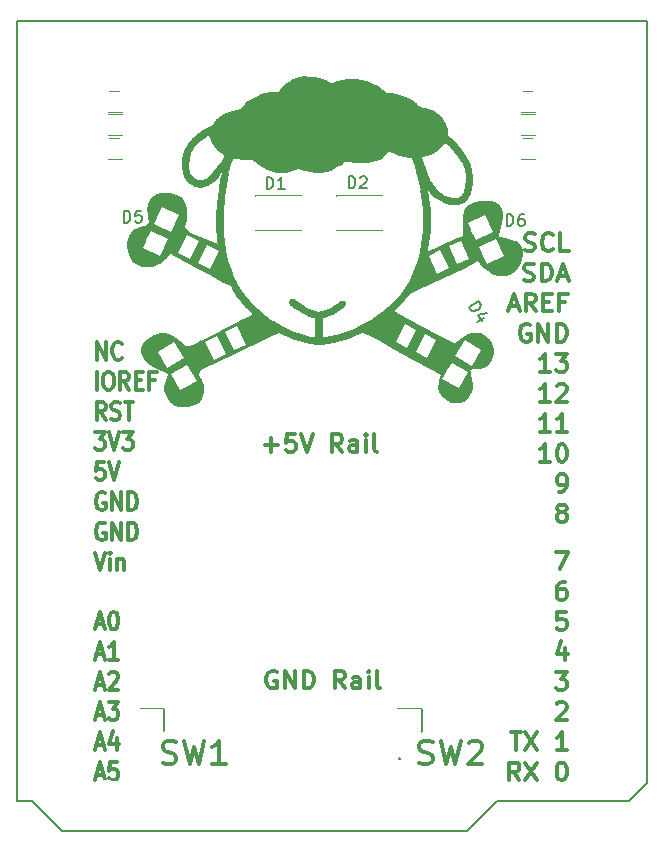
<source format=gto>
G04 #@! TF.GenerationSoftware,KiCad,Pcbnew,(2017-12-24 revision 570866557)-makepkg*
G04 #@! TF.CreationDate,2018-02-26T21:20:21-07:00*
G04 #@! TF.ProjectId,DC801 Shield,444338303120536869656C642E6B6963,rev?*
G04 #@! TF.SameCoordinates,Original*
G04 #@! TF.FileFunction,Legend,Top*
G04 #@! TF.FilePolarity,Positive*
%FSLAX46Y46*%
G04 Gerber Fmt 4.6, Leading zero omitted, Abs format (unit mm)*
G04 Created by KiCad (PCBNEW (2017-12-24 revision 570866557)-makepkg) date 02/26/18 21:20:21*
%MOMM*%
%LPD*%
G01*
G04 APERTURE LIST*
%ADD10C,0.300000*%
%ADD11C,0.120000*%
%ADD12C,0.150000*%
%ADD13C,0.250000*%
%ADD14C,0.254000*%
%ADD15R,1.100000X1.700000*%
%ADD16C,2.127200*%
%ADD17O,2.127200X2.127200*%
%ADD18C,3.600000*%
%ADD19R,1.400000X1.200000*%
%ADD20C,1.600000*%
%ADD21C,0.100000*%
%ADD22C,1.100000*%
%ADD23R,2.200000X2.000000*%
G04 APERTURE END LIST*
D10*
X157340714Y-112153571D02*
X158340714Y-112153571D01*
X157697857Y-113653571D01*
X158126428Y-114703571D02*
X157840714Y-114703571D01*
X157697857Y-114775000D01*
X157626428Y-114846428D01*
X157483571Y-115060714D01*
X157412142Y-115346428D01*
X157412142Y-115917857D01*
X157483571Y-116060714D01*
X157555000Y-116132142D01*
X157697857Y-116203571D01*
X157983571Y-116203571D01*
X158126428Y-116132142D01*
X158197857Y-116060714D01*
X158269285Y-115917857D01*
X158269285Y-115560714D01*
X158197857Y-115417857D01*
X158126428Y-115346428D01*
X157983571Y-115275000D01*
X157697857Y-115275000D01*
X157555000Y-115346428D01*
X157483571Y-115417857D01*
X157412142Y-115560714D01*
X158197857Y-117253571D02*
X157483571Y-117253571D01*
X157412142Y-117967857D01*
X157483571Y-117896428D01*
X157626428Y-117825000D01*
X157983571Y-117825000D01*
X158126428Y-117896428D01*
X158197857Y-117967857D01*
X158269285Y-118110714D01*
X158269285Y-118467857D01*
X158197857Y-118610714D01*
X158126428Y-118682142D01*
X157983571Y-118753571D01*
X157626428Y-118753571D01*
X157483571Y-118682142D01*
X157412142Y-118610714D01*
X158126428Y-120303571D02*
X158126428Y-121303571D01*
X157769285Y-119732142D02*
X157412142Y-120803571D01*
X158340714Y-120803571D01*
X157340714Y-122353571D02*
X158269285Y-122353571D01*
X157769285Y-122925000D01*
X157983571Y-122925000D01*
X158126428Y-122996428D01*
X158197857Y-123067857D01*
X158269285Y-123210714D01*
X158269285Y-123567857D01*
X158197857Y-123710714D01*
X158126428Y-123782142D01*
X157983571Y-123853571D01*
X157555000Y-123853571D01*
X157412142Y-123782142D01*
X157340714Y-123710714D01*
X157412142Y-125046428D02*
X157483571Y-124975000D01*
X157626428Y-124903571D01*
X157983571Y-124903571D01*
X158126428Y-124975000D01*
X158197857Y-125046428D01*
X158269285Y-125189285D01*
X158269285Y-125332142D01*
X158197857Y-125546428D01*
X157340714Y-126403571D01*
X158269285Y-126403571D01*
X153555000Y-127453571D02*
X154412142Y-127453571D01*
X153983571Y-128953571D02*
X153983571Y-127453571D01*
X154769285Y-127453571D02*
X155769285Y-128953571D01*
X155769285Y-127453571D02*
X154769285Y-128953571D01*
X158269285Y-128953571D02*
X157412142Y-128953571D01*
X157840714Y-128953571D02*
X157840714Y-127453571D01*
X157697857Y-127667857D01*
X157555000Y-127810714D01*
X157412142Y-127882142D01*
X154269285Y-131503571D02*
X153769285Y-130789285D01*
X153412142Y-131503571D02*
X153412142Y-130003571D01*
X153983571Y-130003571D01*
X154126428Y-130075000D01*
X154197857Y-130146428D01*
X154269285Y-130289285D01*
X154269285Y-130503571D01*
X154197857Y-130646428D01*
X154126428Y-130717857D01*
X153983571Y-130789285D01*
X153412142Y-130789285D01*
X154769285Y-130003571D02*
X155769285Y-131503571D01*
X155769285Y-130003571D02*
X154769285Y-131503571D01*
X157769285Y-130003571D02*
X157912142Y-130003571D01*
X158055000Y-130075000D01*
X158126428Y-130146428D01*
X158197857Y-130289285D01*
X158269285Y-130575000D01*
X158269285Y-130932142D01*
X158197857Y-131217857D01*
X158126428Y-131360714D01*
X158055000Y-131432142D01*
X157912142Y-131503571D01*
X157769285Y-131503571D01*
X157626428Y-131432142D01*
X157555000Y-131360714D01*
X157483571Y-131217857D01*
X157412142Y-130932142D01*
X157412142Y-130575000D01*
X157483571Y-130289285D01*
X157555000Y-130146428D01*
X157626428Y-130075000D01*
X157769285Y-130003571D01*
X154722857Y-86632142D02*
X154937142Y-86703571D01*
X155294285Y-86703571D01*
X155437142Y-86632142D01*
X155508571Y-86560714D01*
X155580000Y-86417857D01*
X155580000Y-86275000D01*
X155508571Y-86132142D01*
X155437142Y-86060714D01*
X155294285Y-85989285D01*
X155008571Y-85917857D01*
X154865714Y-85846428D01*
X154794285Y-85775000D01*
X154722857Y-85632142D01*
X154722857Y-85489285D01*
X154794285Y-85346428D01*
X154865714Y-85275000D01*
X155008571Y-85203571D01*
X155365714Y-85203571D01*
X155580000Y-85275000D01*
X157080000Y-86560714D02*
X157008571Y-86632142D01*
X156794285Y-86703571D01*
X156651428Y-86703571D01*
X156437142Y-86632142D01*
X156294285Y-86489285D01*
X156222857Y-86346428D01*
X156151428Y-86060714D01*
X156151428Y-85846428D01*
X156222857Y-85560714D01*
X156294285Y-85417857D01*
X156437142Y-85275000D01*
X156651428Y-85203571D01*
X156794285Y-85203571D01*
X157008571Y-85275000D01*
X157080000Y-85346428D01*
X158437142Y-86703571D02*
X157722857Y-86703571D01*
X157722857Y-85203571D01*
X154651428Y-89182142D02*
X154865714Y-89253571D01*
X155222857Y-89253571D01*
X155365714Y-89182142D01*
X155437142Y-89110714D01*
X155508571Y-88967857D01*
X155508571Y-88825000D01*
X155437142Y-88682142D01*
X155365714Y-88610714D01*
X155222857Y-88539285D01*
X154937142Y-88467857D01*
X154794285Y-88396428D01*
X154722857Y-88325000D01*
X154651428Y-88182142D01*
X154651428Y-88039285D01*
X154722857Y-87896428D01*
X154794285Y-87825000D01*
X154937142Y-87753571D01*
X155294285Y-87753571D01*
X155508571Y-87825000D01*
X156151428Y-89253571D02*
X156151428Y-87753571D01*
X156508571Y-87753571D01*
X156722857Y-87825000D01*
X156865714Y-87967857D01*
X156937142Y-88110714D01*
X157008571Y-88396428D01*
X157008571Y-88610714D01*
X156937142Y-88896428D01*
X156865714Y-89039285D01*
X156722857Y-89182142D01*
X156508571Y-89253571D01*
X156151428Y-89253571D01*
X157580000Y-88825000D02*
X158294285Y-88825000D01*
X157437142Y-89253571D02*
X157937142Y-87753571D01*
X158437142Y-89253571D01*
X153437142Y-91375000D02*
X154151428Y-91375000D01*
X153294285Y-91803571D02*
X153794285Y-90303571D01*
X154294285Y-91803571D01*
X155651428Y-91803571D02*
X155151428Y-91089285D01*
X154794285Y-91803571D02*
X154794285Y-90303571D01*
X155365714Y-90303571D01*
X155508571Y-90375000D01*
X155580000Y-90446428D01*
X155651428Y-90589285D01*
X155651428Y-90803571D01*
X155580000Y-90946428D01*
X155508571Y-91017857D01*
X155365714Y-91089285D01*
X154794285Y-91089285D01*
X156294285Y-91017857D02*
X156794285Y-91017857D01*
X157008571Y-91803571D02*
X156294285Y-91803571D01*
X156294285Y-90303571D01*
X157008571Y-90303571D01*
X158151428Y-91017857D02*
X157651428Y-91017857D01*
X157651428Y-91803571D02*
X157651428Y-90303571D01*
X158365714Y-90303571D01*
X155151428Y-92925000D02*
X155008571Y-92853571D01*
X154794285Y-92853571D01*
X154580000Y-92925000D01*
X154437142Y-93067857D01*
X154365714Y-93210714D01*
X154294285Y-93496428D01*
X154294285Y-93710714D01*
X154365714Y-93996428D01*
X154437142Y-94139285D01*
X154580000Y-94282142D01*
X154794285Y-94353571D01*
X154937142Y-94353571D01*
X155151428Y-94282142D01*
X155222857Y-94210714D01*
X155222857Y-93710714D01*
X154937142Y-93710714D01*
X155865714Y-94353571D02*
X155865714Y-92853571D01*
X156722857Y-94353571D01*
X156722857Y-92853571D01*
X157437142Y-94353571D02*
X157437142Y-92853571D01*
X157794285Y-92853571D01*
X158008571Y-92925000D01*
X158151428Y-93067857D01*
X158222857Y-93210714D01*
X158294285Y-93496428D01*
X158294285Y-93710714D01*
X158222857Y-93996428D01*
X158151428Y-94139285D01*
X158008571Y-94282142D01*
X157794285Y-94353571D01*
X157437142Y-94353571D01*
X156865714Y-96903571D02*
X156008571Y-96903571D01*
X156437142Y-96903571D02*
X156437142Y-95403571D01*
X156294285Y-95617857D01*
X156151428Y-95760714D01*
X156008571Y-95832142D01*
X157365714Y-95403571D02*
X158294285Y-95403571D01*
X157794285Y-95975000D01*
X158008571Y-95975000D01*
X158151428Y-96046428D01*
X158222857Y-96117857D01*
X158294285Y-96260714D01*
X158294285Y-96617857D01*
X158222857Y-96760714D01*
X158151428Y-96832142D01*
X158008571Y-96903571D01*
X157580000Y-96903571D01*
X157437142Y-96832142D01*
X157365714Y-96760714D01*
X156865714Y-99453571D02*
X156008571Y-99453571D01*
X156437142Y-99453571D02*
X156437142Y-97953571D01*
X156294285Y-98167857D01*
X156151428Y-98310714D01*
X156008571Y-98382142D01*
X157437142Y-98096428D02*
X157508571Y-98025000D01*
X157651428Y-97953571D01*
X158008571Y-97953571D01*
X158151428Y-98025000D01*
X158222857Y-98096428D01*
X158294285Y-98239285D01*
X158294285Y-98382142D01*
X158222857Y-98596428D01*
X157365714Y-99453571D01*
X158294285Y-99453571D01*
X156865714Y-102003571D02*
X156008571Y-102003571D01*
X156437142Y-102003571D02*
X156437142Y-100503571D01*
X156294285Y-100717857D01*
X156151428Y-100860714D01*
X156008571Y-100932142D01*
X158294285Y-102003571D02*
X157437142Y-102003571D01*
X157865714Y-102003571D02*
X157865714Y-100503571D01*
X157722857Y-100717857D01*
X157580000Y-100860714D01*
X157437142Y-100932142D01*
X156865714Y-104553571D02*
X156008571Y-104553571D01*
X156437142Y-104553571D02*
X156437142Y-103053571D01*
X156294285Y-103267857D01*
X156151428Y-103410714D01*
X156008571Y-103482142D01*
X157794285Y-103053571D02*
X157937142Y-103053571D01*
X158080000Y-103125000D01*
X158151428Y-103196428D01*
X158222857Y-103339285D01*
X158294285Y-103625000D01*
X158294285Y-103982142D01*
X158222857Y-104267857D01*
X158151428Y-104410714D01*
X158080000Y-104482142D01*
X157937142Y-104553571D01*
X157794285Y-104553571D01*
X157651428Y-104482142D01*
X157580000Y-104410714D01*
X157508571Y-104267857D01*
X157437142Y-103982142D01*
X157437142Y-103625000D01*
X157508571Y-103339285D01*
X157580000Y-103196428D01*
X157651428Y-103125000D01*
X157794285Y-103053571D01*
X157580000Y-107103571D02*
X157865714Y-107103571D01*
X158008571Y-107032142D01*
X158080000Y-106960714D01*
X158222857Y-106746428D01*
X158294285Y-106460714D01*
X158294285Y-105889285D01*
X158222857Y-105746428D01*
X158151428Y-105675000D01*
X158008571Y-105603571D01*
X157722857Y-105603571D01*
X157580000Y-105675000D01*
X157508571Y-105746428D01*
X157437142Y-105889285D01*
X157437142Y-106246428D01*
X157508571Y-106389285D01*
X157580000Y-106460714D01*
X157722857Y-106532142D01*
X158008571Y-106532142D01*
X158151428Y-106460714D01*
X158222857Y-106389285D01*
X158294285Y-106246428D01*
X157722857Y-108796428D02*
X157580000Y-108725000D01*
X157508571Y-108653571D01*
X157437142Y-108510714D01*
X157437142Y-108439285D01*
X157508571Y-108296428D01*
X157580000Y-108225000D01*
X157722857Y-108153571D01*
X158008571Y-108153571D01*
X158151428Y-108225000D01*
X158222857Y-108296428D01*
X158294285Y-108439285D01*
X158294285Y-108510714D01*
X158222857Y-108653571D01*
X158151428Y-108725000D01*
X158008571Y-108796428D01*
X157722857Y-108796428D01*
X157580000Y-108867857D01*
X157508571Y-108939285D01*
X157437142Y-109082142D01*
X157437142Y-109367857D01*
X157508571Y-109510714D01*
X157580000Y-109582142D01*
X157722857Y-109653571D01*
X158008571Y-109653571D01*
X158151428Y-109582142D01*
X158222857Y-109510714D01*
X158294285Y-109367857D01*
X158294285Y-109082142D01*
X158222857Y-108939285D01*
X158151428Y-108867857D01*
X158008571Y-108796428D01*
X118421428Y-118300000D02*
X119040476Y-118300000D01*
X118297619Y-118728571D02*
X118730952Y-117228571D01*
X119164285Y-118728571D01*
X119845238Y-117228571D02*
X119969047Y-117228571D01*
X120092857Y-117300000D01*
X120154761Y-117371428D01*
X120216666Y-117514285D01*
X120278571Y-117800000D01*
X120278571Y-118157142D01*
X120216666Y-118442857D01*
X120154761Y-118585714D01*
X120092857Y-118657142D01*
X119969047Y-118728571D01*
X119845238Y-118728571D01*
X119721428Y-118657142D01*
X119659523Y-118585714D01*
X119597619Y-118442857D01*
X119535714Y-118157142D01*
X119535714Y-117800000D01*
X119597619Y-117514285D01*
X119659523Y-117371428D01*
X119721428Y-117300000D01*
X119845238Y-117228571D01*
X118421428Y-120850000D02*
X119040476Y-120850000D01*
X118297619Y-121278571D02*
X118730952Y-119778571D01*
X119164285Y-121278571D01*
X120278571Y-121278571D02*
X119535714Y-121278571D01*
X119907142Y-121278571D02*
X119907142Y-119778571D01*
X119783333Y-119992857D01*
X119659523Y-120135714D01*
X119535714Y-120207142D01*
X118421428Y-123400000D02*
X119040476Y-123400000D01*
X118297619Y-123828571D02*
X118730952Y-122328571D01*
X119164285Y-123828571D01*
X119535714Y-122471428D02*
X119597619Y-122400000D01*
X119721428Y-122328571D01*
X120030952Y-122328571D01*
X120154761Y-122400000D01*
X120216666Y-122471428D01*
X120278571Y-122614285D01*
X120278571Y-122757142D01*
X120216666Y-122971428D01*
X119473809Y-123828571D01*
X120278571Y-123828571D01*
X118421428Y-125950000D02*
X119040476Y-125950000D01*
X118297619Y-126378571D02*
X118730952Y-124878571D01*
X119164285Y-126378571D01*
X119473809Y-124878571D02*
X120278571Y-124878571D01*
X119845238Y-125450000D01*
X120030952Y-125450000D01*
X120154761Y-125521428D01*
X120216666Y-125592857D01*
X120278571Y-125735714D01*
X120278571Y-126092857D01*
X120216666Y-126235714D01*
X120154761Y-126307142D01*
X120030952Y-126378571D01*
X119659523Y-126378571D01*
X119535714Y-126307142D01*
X119473809Y-126235714D01*
X118421428Y-128500000D02*
X119040476Y-128500000D01*
X118297619Y-128928571D02*
X118730952Y-127428571D01*
X119164285Y-128928571D01*
X120154761Y-127928571D02*
X120154761Y-128928571D01*
X119845238Y-127357142D02*
X119535714Y-128428571D01*
X120340476Y-128428571D01*
X118421428Y-131050000D02*
X119040476Y-131050000D01*
X118297619Y-131478571D02*
X118730952Y-129978571D01*
X119164285Y-131478571D01*
X120216666Y-129978571D02*
X119597619Y-129978571D01*
X119535714Y-130692857D01*
X119597619Y-130621428D01*
X119721428Y-130550000D01*
X120030952Y-130550000D01*
X120154761Y-130621428D01*
X120216666Y-130692857D01*
X120278571Y-130835714D01*
X120278571Y-131192857D01*
X120216666Y-131335714D01*
X120154761Y-131407142D01*
X120030952Y-131478571D01*
X119721428Y-131478571D01*
X119597619Y-131407142D01*
X119535714Y-131335714D01*
X118479523Y-95878571D02*
X118479523Y-94378571D01*
X119222380Y-95878571D01*
X119222380Y-94378571D01*
X120584285Y-95735714D02*
X120522380Y-95807142D01*
X120336666Y-95878571D01*
X120212857Y-95878571D01*
X120027142Y-95807142D01*
X119903333Y-95664285D01*
X119841428Y-95521428D01*
X119779523Y-95235714D01*
X119779523Y-95021428D01*
X119841428Y-94735714D01*
X119903333Y-94592857D01*
X120027142Y-94450000D01*
X120212857Y-94378571D01*
X120336666Y-94378571D01*
X120522380Y-94450000D01*
X120584285Y-94521428D01*
X118479523Y-98428571D02*
X118479523Y-96928571D01*
X119346190Y-96928571D02*
X119593809Y-96928571D01*
X119717619Y-97000000D01*
X119841428Y-97142857D01*
X119903333Y-97428571D01*
X119903333Y-97928571D01*
X119841428Y-98214285D01*
X119717619Y-98357142D01*
X119593809Y-98428571D01*
X119346190Y-98428571D01*
X119222380Y-98357142D01*
X119098571Y-98214285D01*
X119036666Y-97928571D01*
X119036666Y-97428571D01*
X119098571Y-97142857D01*
X119222380Y-97000000D01*
X119346190Y-96928571D01*
X121203333Y-98428571D02*
X120770000Y-97714285D01*
X120460476Y-98428571D02*
X120460476Y-96928571D01*
X120955714Y-96928571D01*
X121079523Y-97000000D01*
X121141428Y-97071428D01*
X121203333Y-97214285D01*
X121203333Y-97428571D01*
X121141428Y-97571428D01*
X121079523Y-97642857D01*
X120955714Y-97714285D01*
X120460476Y-97714285D01*
X121760476Y-97642857D02*
X122193809Y-97642857D01*
X122379523Y-98428571D02*
X121760476Y-98428571D01*
X121760476Y-96928571D01*
X122379523Y-96928571D01*
X123370000Y-97642857D02*
X122936666Y-97642857D01*
X122936666Y-98428571D02*
X122936666Y-96928571D01*
X123555714Y-96928571D01*
X119222380Y-100978571D02*
X118789047Y-100264285D01*
X118479523Y-100978571D02*
X118479523Y-99478571D01*
X118974761Y-99478571D01*
X119098571Y-99550000D01*
X119160476Y-99621428D01*
X119222380Y-99764285D01*
X119222380Y-99978571D01*
X119160476Y-100121428D01*
X119098571Y-100192857D01*
X118974761Y-100264285D01*
X118479523Y-100264285D01*
X119717619Y-100907142D02*
X119903333Y-100978571D01*
X120212857Y-100978571D01*
X120336666Y-100907142D01*
X120398571Y-100835714D01*
X120460476Y-100692857D01*
X120460476Y-100550000D01*
X120398571Y-100407142D01*
X120336666Y-100335714D01*
X120212857Y-100264285D01*
X119965238Y-100192857D01*
X119841428Y-100121428D01*
X119779523Y-100050000D01*
X119717619Y-99907142D01*
X119717619Y-99764285D01*
X119779523Y-99621428D01*
X119841428Y-99550000D01*
X119965238Y-99478571D01*
X120274761Y-99478571D01*
X120460476Y-99550000D01*
X120831904Y-99478571D02*
X121574761Y-99478571D01*
X121203333Y-100978571D02*
X121203333Y-99478571D01*
X118355714Y-102028571D02*
X119160476Y-102028571D01*
X118727142Y-102600000D01*
X118912857Y-102600000D01*
X119036666Y-102671428D01*
X119098571Y-102742857D01*
X119160476Y-102885714D01*
X119160476Y-103242857D01*
X119098571Y-103385714D01*
X119036666Y-103457142D01*
X118912857Y-103528571D01*
X118541428Y-103528571D01*
X118417619Y-103457142D01*
X118355714Y-103385714D01*
X119531904Y-102028571D02*
X119965238Y-103528571D01*
X120398571Y-102028571D01*
X120708095Y-102028571D02*
X121512857Y-102028571D01*
X121079523Y-102600000D01*
X121265238Y-102600000D01*
X121389047Y-102671428D01*
X121450952Y-102742857D01*
X121512857Y-102885714D01*
X121512857Y-103242857D01*
X121450952Y-103385714D01*
X121389047Y-103457142D01*
X121265238Y-103528571D01*
X120893809Y-103528571D01*
X120770000Y-103457142D01*
X120708095Y-103385714D01*
X119098571Y-104578571D02*
X118479523Y-104578571D01*
X118417619Y-105292857D01*
X118479523Y-105221428D01*
X118603333Y-105150000D01*
X118912857Y-105150000D01*
X119036666Y-105221428D01*
X119098571Y-105292857D01*
X119160476Y-105435714D01*
X119160476Y-105792857D01*
X119098571Y-105935714D01*
X119036666Y-106007142D01*
X118912857Y-106078571D01*
X118603333Y-106078571D01*
X118479523Y-106007142D01*
X118417619Y-105935714D01*
X119531904Y-104578571D02*
X119965238Y-106078571D01*
X120398571Y-104578571D01*
X119160476Y-107200000D02*
X119036666Y-107128571D01*
X118850952Y-107128571D01*
X118665238Y-107200000D01*
X118541428Y-107342857D01*
X118479523Y-107485714D01*
X118417619Y-107771428D01*
X118417619Y-107985714D01*
X118479523Y-108271428D01*
X118541428Y-108414285D01*
X118665238Y-108557142D01*
X118850952Y-108628571D01*
X118974761Y-108628571D01*
X119160476Y-108557142D01*
X119222380Y-108485714D01*
X119222380Y-107985714D01*
X118974761Y-107985714D01*
X119779523Y-108628571D02*
X119779523Y-107128571D01*
X120522380Y-108628571D01*
X120522380Y-107128571D01*
X121141428Y-108628571D02*
X121141428Y-107128571D01*
X121450952Y-107128571D01*
X121636666Y-107200000D01*
X121760476Y-107342857D01*
X121822380Y-107485714D01*
X121884285Y-107771428D01*
X121884285Y-107985714D01*
X121822380Y-108271428D01*
X121760476Y-108414285D01*
X121636666Y-108557142D01*
X121450952Y-108628571D01*
X121141428Y-108628571D01*
X119160476Y-109750000D02*
X119036666Y-109678571D01*
X118850952Y-109678571D01*
X118665238Y-109750000D01*
X118541428Y-109892857D01*
X118479523Y-110035714D01*
X118417619Y-110321428D01*
X118417619Y-110535714D01*
X118479523Y-110821428D01*
X118541428Y-110964285D01*
X118665238Y-111107142D01*
X118850952Y-111178571D01*
X118974761Y-111178571D01*
X119160476Y-111107142D01*
X119222380Y-111035714D01*
X119222380Y-110535714D01*
X118974761Y-110535714D01*
X119779523Y-111178571D02*
X119779523Y-109678571D01*
X120522380Y-111178571D01*
X120522380Y-109678571D01*
X121141428Y-111178571D02*
X121141428Y-109678571D01*
X121450952Y-109678571D01*
X121636666Y-109750000D01*
X121760476Y-109892857D01*
X121822380Y-110035714D01*
X121884285Y-110321428D01*
X121884285Y-110535714D01*
X121822380Y-110821428D01*
X121760476Y-110964285D01*
X121636666Y-111107142D01*
X121450952Y-111178571D01*
X121141428Y-111178571D01*
X118293809Y-112228571D02*
X118727142Y-113728571D01*
X119160476Y-112228571D01*
X119593809Y-113728571D02*
X119593809Y-112728571D01*
X119593809Y-112228571D02*
X119531904Y-112300000D01*
X119593809Y-112371428D01*
X119655714Y-112300000D01*
X119593809Y-112228571D01*
X119593809Y-112371428D01*
X120212857Y-112728571D02*
X120212857Y-113728571D01*
X120212857Y-112871428D02*
X120274761Y-112800000D01*
X120398571Y-112728571D01*
X120584285Y-112728571D01*
X120708095Y-112800000D01*
X120770000Y-112942857D01*
X120770000Y-113728571D01*
X133707142Y-122300000D02*
X133564285Y-122228571D01*
X133350000Y-122228571D01*
X133135714Y-122300000D01*
X132992857Y-122442857D01*
X132921428Y-122585714D01*
X132850000Y-122871428D01*
X132850000Y-123085714D01*
X132921428Y-123371428D01*
X132992857Y-123514285D01*
X133135714Y-123657142D01*
X133350000Y-123728571D01*
X133492857Y-123728571D01*
X133707142Y-123657142D01*
X133778571Y-123585714D01*
X133778571Y-123085714D01*
X133492857Y-123085714D01*
X134421428Y-123728571D02*
X134421428Y-122228571D01*
X135278571Y-123728571D01*
X135278571Y-122228571D01*
X135992857Y-123728571D02*
X135992857Y-122228571D01*
X136350000Y-122228571D01*
X136564285Y-122300000D01*
X136707142Y-122442857D01*
X136778571Y-122585714D01*
X136850000Y-122871428D01*
X136850000Y-123085714D01*
X136778571Y-123371428D01*
X136707142Y-123514285D01*
X136564285Y-123657142D01*
X136350000Y-123728571D01*
X135992857Y-123728571D01*
X139492857Y-123728571D02*
X138992857Y-123014285D01*
X138635714Y-123728571D02*
X138635714Y-122228571D01*
X139207142Y-122228571D01*
X139350000Y-122300000D01*
X139421428Y-122371428D01*
X139492857Y-122514285D01*
X139492857Y-122728571D01*
X139421428Y-122871428D01*
X139350000Y-122942857D01*
X139207142Y-123014285D01*
X138635714Y-123014285D01*
X140778571Y-123728571D02*
X140778571Y-122942857D01*
X140707142Y-122800000D01*
X140564285Y-122728571D01*
X140278571Y-122728571D01*
X140135714Y-122800000D01*
X140778571Y-123657142D02*
X140635714Y-123728571D01*
X140278571Y-123728571D01*
X140135714Y-123657142D01*
X140064285Y-123514285D01*
X140064285Y-123371428D01*
X140135714Y-123228571D01*
X140278571Y-123157142D01*
X140635714Y-123157142D01*
X140778571Y-123085714D01*
X141492857Y-123728571D02*
X141492857Y-122728571D01*
X141492857Y-122228571D02*
X141421428Y-122300000D01*
X141492857Y-122371428D01*
X141564285Y-122300000D01*
X141492857Y-122228571D01*
X141492857Y-122371428D01*
X142421428Y-123728571D02*
X142278571Y-123657142D01*
X142207142Y-123514285D01*
X142207142Y-122228571D01*
X132696428Y-103132142D02*
X133839285Y-103132142D01*
X133267857Y-103703571D02*
X133267857Y-102560714D01*
X135267857Y-102203571D02*
X134553571Y-102203571D01*
X134482142Y-102917857D01*
X134553571Y-102846428D01*
X134696428Y-102775000D01*
X135053571Y-102775000D01*
X135196428Y-102846428D01*
X135267857Y-102917857D01*
X135339285Y-103060714D01*
X135339285Y-103417857D01*
X135267857Y-103560714D01*
X135196428Y-103632142D01*
X135053571Y-103703571D01*
X134696428Y-103703571D01*
X134553571Y-103632142D01*
X134482142Y-103560714D01*
X135767857Y-102203571D02*
X136267857Y-103703571D01*
X136767857Y-102203571D01*
X139267857Y-103703571D02*
X138767857Y-102989285D01*
X138410714Y-103703571D02*
X138410714Y-102203571D01*
X138982142Y-102203571D01*
X139125000Y-102275000D01*
X139196428Y-102346428D01*
X139267857Y-102489285D01*
X139267857Y-102703571D01*
X139196428Y-102846428D01*
X139125000Y-102917857D01*
X138982142Y-102989285D01*
X138410714Y-102989285D01*
X140553571Y-103703571D02*
X140553571Y-102917857D01*
X140482142Y-102775000D01*
X140339285Y-102703571D01*
X140053571Y-102703571D01*
X139910714Y-102775000D01*
X140553571Y-103632142D02*
X140410714Y-103703571D01*
X140053571Y-103703571D01*
X139910714Y-103632142D01*
X139839285Y-103489285D01*
X139839285Y-103346428D01*
X139910714Y-103203571D01*
X140053571Y-103132142D01*
X140410714Y-103132142D01*
X140553571Y-103060714D01*
X141267857Y-103703571D02*
X141267857Y-102703571D01*
X141267857Y-102203571D02*
X141196428Y-102275000D01*
X141267857Y-102346428D01*
X141339285Y-102275000D01*
X141267857Y-102203571D01*
X141267857Y-102346428D01*
X142196428Y-103703571D02*
X142053571Y-103632142D01*
X141982142Y-103489285D01*
X141982142Y-102203571D01*
D11*
X120600000Y-78880000D02*
X119400000Y-78880000D01*
X119400000Y-77120000D02*
X120600000Y-77120000D01*
D12*
X165040000Y-67200000D02*
X111700000Y-67200000D01*
X152340000Y-133240000D02*
X163516000Y-133240000D01*
X149800000Y-135780000D02*
X152340000Y-133240000D01*
X115510000Y-135780000D02*
X149800000Y-135780000D01*
X112970000Y-133240000D02*
X115510000Y-135780000D01*
X111700000Y-133240000D02*
X112970000Y-133240000D01*
X165040000Y-131716000D02*
X163516000Y-133240000D01*
X111700000Y-67200000D02*
X111700000Y-133240000D01*
X165040000Y-67200000D02*
X165040000Y-131716000D01*
D11*
X131850000Y-84925000D02*
X135750000Y-84925000D01*
X131850000Y-81925000D02*
X135750000Y-81925000D01*
X131850000Y-82725000D02*
X131850000Y-81925000D01*
X138750000Y-82725000D02*
X138750000Y-81925000D01*
X138750000Y-81925000D02*
X142650000Y-81925000D01*
X138750000Y-84925000D02*
X142650000Y-84925000D01*
X125593782Y-98358846D02*
X126806218Y-97658846D01*
X126806218Y-97658846D02*
X125406218Y-95233975D01*
X125593782Y-98358846D02*
X124193782Y-95933975D01*
X147868782Y-97483846D02*
X149268782Y-95058975D01*
X149081218Y-98183846D02*
X150481218Y-95758975D01*
X147868782Y-97483846D02*
X149081218Y-98183846D01*
X122504872Y-86360521D02*
X123773703Y-86952187D01*
X123773703Y-86952187D02*
X124957034Y-84414525D01*
X122504872Y-86360521D02*
X123688203Y-83822859D01*
X151526297Y-87652187D02*
X150342966Y-85114525D01*
X152795128Y-87060521D02*
X151611797Y-84522859D01*
X151526297Y-87652187D02*
X152795128Y-87060521D01*
X120600000Y-76880000D02*
X119400000Y-76880000D01*
X119400000Y-75120000D02*
X120600000Y-75120000D01*
X119400000Y-73120000D02*
X120600000Y-73120000D01*
X120600000Y-74880000D02*
X119400000Y-74880000D01*
X155600000Y-78880000D02*
X154400000Y-78880000D01*
X154400000Y-77120000D02*
X155600000Y-77120000D01*
X154400000Y-75120000D02*
X155600000Y-75120000D01*
X155600000Y-76880000D02*
X154400000Y-76880000D01*
X154400000Y-73120000D02*
X155600000Y-73120000D01*
X155600000Y-74880000D02*
X154400000Y-74880000D01*
X128449957Y-93972084D02*
X129528510Y-93446039D01*
X130300043Y-95027916D02*
X129221490Y-95553961D01*
X145364908Y-93243520D02*
X146434116Y-93788309D01*
X145635092Y-95356480D02*
X144565884Y-94811691D01*
X126964908Y-85718520D02*
X128034116Y-86263309D01*
X127235092Y-87831480D02*
X126165884Y-87286691D01*
X147384311Y-86681020D02*
X148471881Y-86173878D01*
X149215689Y-87768980D02*
X148128119Y-88276122D01*
D13*
X122125000Y-125450000D02*
X124125000Y-125450000D01*
X124125000Y-125450000D02*
X124125000Y-127250000D01*
X145925000Y-125500000D02*
X145925000Y-127300000D01*
X143925000Y-125500000D02*
X145925000Y-125500000D01*
D12*
X144061142Y-129684000D02*
X144108761Y-129636380D01*
X144156380Y-129684000D01*
X144108761Y-129731619D01*
X144061142Y-129684000D01*
X144156380Y-129684000D01*
X132861904Y-81427380D02*
X132861904Y-80427380D01*
X133100000Y-80427380D01*
X133242857Y-80475000D01*
X133338095Y-80570238D01*
X133385714Y-80665476D01*
X133433333Y-80855952D01*
X133433333Y-80998809D01*
X133385714Y-81189285D01*
X133338095Y-81284523D01*
X133242857Y-81379761D01*
X133100000Y-81427380D01*
X132861904Y-81427380D01*
X134385714Y-81427380D02*
X133814285Y-81427380D01*
X134100000Y-81427380D02*
X134100000Y-80427380D01*
X134004761Y-80570238D01*
X133909523Y-80665476D01*
X133814285Y-80713095D01*
X139811904Y-81377380D02*
X139811904Y-80377380D01*
X140050000Y-80377380D01*
X140192857Y-80425000D01*
X140288095Y-80520238D01*
X140335714Y-80615476D01*
X140383333Y-80805952D01*
X140383333Y-80948809D01*
X140335714Y-81139285D01*
X140288095Y-81234523D01*
X140192857Y-81329761D01*
X140050000Y-81377380D01*
X139811904Y-81377380D01*
X140764285Y-80472619D02*
X140811904Y-80425000D01*
X140907142Y-80377380D01*
X141145238Y-80377380D01*
X141240476Y-80425000D01*
X141288095Y-80472619D01*
X141335714Y-80567857D01*
X141335714Y-80663095D01*
X141288095Y-80805952D01*
X140716666Y-81377380D01*
X141335714Y-81377380D01*
X127411955Y-96096745D02*
X126545930Y-95596745D01*
X126664977Y-95390549D01*
X126777645Y-95290640D01*
X126907743Y-95255781D01*
X127014031Y-95262160D01*
X127202798Y-95316159D01*
X127326516Y-95387588D01*
X127467664Y-95524065D01*
X127526333Y-95612924D01*
X127561192Y-95743021D01*
X127531003Y-95890549D01*
X127411955Y-96096745D01*
X126998311Y-94813198D02*
X127307835Y-94277087D01*
X127471082Y-94756239D01*
X127542511Y-94632521D01*
X127631369Y-94573852D01*
X127696418Y-94556422D01*
X127802706Y-94562802D01*
X128008903Y-94681849D01*
X128067572Y-94770708D01*
X128085002Y-94835757D01*
X128078622Y-94942045D01*
X127935765Y-95189480D01*
X127846906Y-95248150D01*
X127781858Y-95265579D01*
X149983664Y-91434001D02*
X150849690Y-90934001D01*
X150968738Y-91140197D01*
X150998927Y-91287725D01*
X150964067Y-91417822D01*
X150905398Y-91506681D01*
X150764250Y-91643158D01*
X150640533Y-91714587D01*
X150451766Y-91768585D01*
X150345478Y-91774965D01*
X150215380Y-91740106D01*
X150102712Y-91640197D01*
X149983664Y-91434001D01*
X151275300Y-92337847D02*
X150697950Y-92671180D01*
X151486167Y-91941174D02*
X150748530Y-92092120D01*
X151058054Y-92628231D01*
X120761904Y-84277379D02*
X120761904Y-83277379D01*
X121000000Y-83277379D01*
X121142857Y-83324999D01*
X121238095Y-83420237D01*
X121285714Y-83515475D01*
X121333333Y-83705951D01*
X121333333Y-83848808D01*
X121285714Y-84039284D01*
X121238095Y-84134522D01*
X121142857Y-84229760D01*
X121000000Y-84277379D01*
X120761904Y-84277379D01*
X122238095Y-83277379D02*
X121761904Y-83277379D01*
X121714285Y-83753570D01*
X121761904Y-83705951D01*
X121857142Y-83658332D01*
X122095238Y-83658332D01*
X122190476Y-83705951D01*
X122238095Y-83753570D01*
X122285714Y-83848808D01*
X122285714Y-84086903D01*
X122238095Y-84182141D01*
X122190476Y-84229760D01*
X122095238Y-84277379D01*
X121857142Y-84277379D01*
X121761904Y-84229760D01*
X121714285Y-84182141D01*
X153186904Y-84577380D02*
X153186904Y-83577380D01*
X153425000Y-83577380D01*
X153567857Y-83625000D01*
X153663095Y-83720238D01*
X153710714Y-83815476D01*
X153758333Y-84005952D01*
X153758333Y-84148809D01*
X153710714Y-84339285D01*
X153663095Y-84434523D01*
X153567857Y-84529761D01*
X153425000Y-84577380D01*
X153186904Y-84577380D01*
X154615476Y-83577380D02*
X154425000Y-83577380D01*
X154329761Y-83625000D01*
X154282142Y-83672619D01*
X154186904Y-83815476D01*
X154139285Y-84005952D01*
X154139285Y-84386904D01*
X154186904Y-84482142D01*
X154234523Y-84529761D01*
X154329761Y-84577380D01*
X154520238Y-84577380D01*
X154615476Y-84529761D01*
X154663095Y-84482142D01*
X154710714Y-84386904D01*
X154710714Y-84148809D01*
X154663095Y-84053571D01*
X154615476Y-84005952D01*
X154520238Y-83958333D01*
X154329761Y-83958333D01*
X154234523Y-84005952D01*
X154186904Y-84053571D01*
X154139285Y-84148809D01*
D10*
X124058333Y-130059523D02*
X124344047Y-130154761D01*
X124820238Y-130154761D01*
X125010714Y-130059523D01*
X125105952Y-129964285D01*
X125201190Y-129773809D01*
X125201190Y-129583333D01*
X125105952Y-129392857D01*
X125010714Y-129297619D01*
X124820238Y-129202380D01*
X124439285Y-129107142D01*
X124248809Y-129011904D01*
X124153571Y-128916666D01*
X124058333Y-128726190D01*
X124058333Y-128535714D01*
X124153571Y-128345238D01*
X124248809Y-128250000D01*
X124439285Y-128154761D01*
X124915476Y-128154761D01*
X125201190Y-128250000D01*
X125867857Y-128154761D02*
X126344047Y-130154761D01*
X126725000Y-128726190D01*
X127105952Y-130154761D01*
X127582142Y-128154761D01*
X129391666Y-130154761D02*
X128248809Y-130154761D01*
X128820238Y-130154761D02*
X128820238Y-128154761D01*
X128629761Y-128440476D01*
X128439285Y-128630952D01*
X128248809Y-128726190D01*
X145783333Y-130059523D02*
X146069047Y-130154761D01*
X146545238Y-130154761D01*
X146735714Y-130059523D01*
X146830952Y-129964285D01*
X146926190Y-129773809D01*
X146926190Y-129583333D01*
X146830952Y-129392857D01*
X146735714Y-129297619D01*
X146545238Y-129202380D01*
X146164285Y-129107142D01*
X145973809Y-129011904D01*
X145878571Y-128916666D01*
X145783333Y-128726190D01*
X145783333Y-128535714D01*
X145878571Y-128345238D01*
X145973809Y-128250000D01*
X146164285Y-128154761D01*
X146640476Y-128154761D01*
X146926190Y-128250000D01*
X147592857Y-128154761D02*
X148069047Y-130154761D01*
X148450000Y-128726190D01*
X148830952Y-130154761D01*
X149307142Y-128154761D01*
X149973809Y-128345238D02*
X150069047Y-128250000D01*
X150259523Y-128154761D01*
X150735714Y-128154761D01*
X150926190Y-128250000D01*
X151021428Y-128345238D01*
X151116666Y-128535714D01*
X151116666Y-128726190D01*
X151021428Y-129011904D01*
X149878571Y-130154761D01*
X151116666Y-130154761D01*
D14*
G36*
X127884019Y-76750223D02*
X127228689Y-77194911D01*
X127210197Y-77210197D01*
X126585197Y-77835197D01*
X126558946Y-77873420D01*
X126462102Y-78091319D01*
X126316098Y-78334659D01*
X126302633Y-78366009D01*
X126177633Y-78816009D01*
X126173144Y-78843959D01*
X126148144Y-79368959D01*
X126148000Y-79375000D01*
X126148000Y-79675000D01*
X126151252Y-79703557D01*
X126226252Y-80028557D01*
X126238507Y-80060814D01*
X126388507Y-80335814D01*
X126415041Y-80369398D01*
X126665041Y-80594398D01*
X126701154Y-80617231D01*
X127001154Y-80742231D01*
X127040260Y-80751626D01*
X127365260Y-80776626D01*
X127415161Y-80770483D01*
X127715161Y-80670483D01*
X127751200Y-80651600D01*
X128051200Y-80426600D01*
X128067844Y-80411654D01*
X128417844Y-80036654D01*
X128430670Y-80020447D01*
X128729351Y-79572425D01*
X129052956Y-79124357D01*
X129056482Y-79119214D01*
X129324652Y-78706645D01*
X129862016Y-78921590D01*
X129631255Y-79529959D01*
X129627182Y-79542679D01*
X129528144Y-79919024D01*
X129005076Y-79898101D01*
X128956128Y-79905819D01*
X128897587Y-79949897D01*
X128625823Y-80320484D01*
X128290014Y-80704266D01*
X127846539Y-81007696D01*
X127316546Y-81145955D01*
X126767890Y-81077373D01*
X126354120Y-80824514D01*
X126032393Y-80502787D01*
X125848846Y-80066862D01*
X125777317Y-79494631D01*
X125801529Y-78889315D01*
X125872858Y-78508894D01*
X126039293Y-78057142D01*
X126302665Y-77650112D01*
X126641887Y-77238200D01*
X127103640Y-76825053D01*
X127491554Y-76558362D01*
X127961273Y-76302152D01*
X127884019Y-76750223D01*
X127884019Y-76750223D01*
G37*
X127884019Y-76750223D02*
X127228689Y-77194911D01*
X127210197Y-77210197D01*
X126585197Y-77835197D01*
X126558946Y-77873420D01*
X126462102Y-78091319D01*
X126316098Y-78334659D01*
X126302633Y-78366009D01*
X126177633Y-78816009D01*
X126173144Y-78843959D01*
X126148144Y-79368959D01*
X126148000Y-79375000D01*
X126148000Y-79675000D01*
X126151252Y-79703557D01*
X126226252Y-80028557D01*
X126238507Y-80060814D01*
X126388507Y-80335814D01*
X126415041Y-80369398D01*
X126665041Y-80594398D01*
X126701154Y-80617231D01*
X127001154Y-80742231D01*
X127040260Y-80751626D01*
X127365260Y-80776626D01*
X127415161Y-80770483D01*
X127715161Y-80670483D01*
X127751200Y-80651600D01*
X128051200Y-80426600D01*
X128067844Y-80411654D01*
X128417844Y-80036654D01*
X128430670Y-80020447D01*
X128729351Y-79572425D01*
X129052956Y-79124357D01*
X129056482Y-79119214D01*
X129324652Y-78706645D01*
X129862016Y-78921590D01*
X129631255Y-79529959D01*
X129627182Y-79542679D01*
X129528144Y-79919024D01*
X129005076Y-79898101D01*
X128956128Y-79905819D01*
X128897587Y-79949897D01*
X128625823Y-80320484D01*
X128290014Y-80704266D01*
X127846539Y-81007696D01*
X127316546Y-81145955D01*
X126767890Y-81077373D01*
X126354120Y-80824514D01*
X126032393Y-80502787D01*
X125848846Y-80066862D01*
X125777317Y-79494631D01*
X125801529Y-78889315D01*
X125872858Y-78508894D01*
X126039293Y-78057142D01*
X126302665Y-77650112D01*
X126641887Y-77238200D01*
X127103640Y-76825053D01*
X127491554Y-76558362D01*
X127961273Y-76302152D01*
X127884019Y-76750223D01*
G36*
X148366846Y-77246177D02*
X148857406Y-77712208D01*
X149248769Y-78176952D01*
X149568697Y-78644538D01*
X149811293Y-79032693D01*
X149953884Y-79389169D01*
X150076179Y-79878350D01*
X150196687Y-80456790D01*
X150149044Y-80933228D01*
X150075834Y-81372486D01*
X149957556Y-81798287D01*
X149724971Y-82170423D01*
X149449768Y-82445626D01*
X149091059Y-82624981D01*
X148749104Y-82647778D01*
X148302035Y-82624248D01*
X147877901Y-82459307D01*
X147466914Y-82241726D01*
X147132375Y-82002769D01*
X146795630Y-81666024D01*
X146550663Y-81347567D01*
X146513368Y-81314939D01*
X146466426Y-81299067D01*
X146429935Y-81299595D01*
X145931095Y-81379409D01*
X145900523Y-81180689D01*
X145899534Y-81175093D01*
X145774534Y-80550093D01*
X145772887Y-80542942D01*
X145622887Y-79967942D01*
X145622114Y-79965110D01*
X145472114Y-79440110D01*
X145471219Y-79437119D01*
X145346219Y-79037119D01*
X145343914Y-79030407D01*
X145270414Y-78834407D01*
X145242797Y-78742349D01*
X145507169Y-78726798D01*
X145874340Y-78707473D01*
X145951024Y-79052550D01*
X145955049Y-79066722D01*
X146155049Y-79641722D01*
X146155830Y-79643905D01*
X146330830Y-80118905D01*
X146336408Y-80131796D01*
X146536408Y-80531796D01*
X146538982Y-80536677D01*
X146788982Y-80986677D01*
X146796656Y-80998817D01*
X147046656Y-81348817D01*
X147052436Y-81356303D01*
X147302436Y-81656303D01*
X147316370Y-81670577D01*
X147516370Y-81845577D01*
X147534659Y-81858902D01*
X147909659Y-82083902D01*
X147929410Y-82093535D01*
X148254410Y-82218535D01*
X148271443Y-82223748D01*
X148596443Y-82298748D01*
X148625000Y-82302000D01*
X148825000Y-82302000D01*
X148861493Y-82296644D01*
X149111493Y-82221644D01*
X149157651Y-82196426D01*
X149332651Y-82046426D01*
X149355670Y-82020447D01*
X149505670Y-81795447D01*
X149513592Y-81781796D01*
X149638592Y-81531796D01*
X149648208Y-81505802D01*
X149748208Y-81105802D01*
X149751130Y-81089839D01*
X149801130Y-80664839D01*
X149802000Y-80650000D01*
X149802000Y-80275000D01*
X149800446Y-80255193D01*
X149725446Y-79780193D01*
X149720483Y-79759839D01*
X149645483Y-79534839D01*
X149640085Y-79521294D01*
X149465085Y-79146294D01*
X149458367Y-79133776D01*
X149183367Y-78683776D01*
X149177413Y-78674897D01*
X148902413Y-78299897D01*
X148898293Y-78294579D01*
X148673293Y-78019579D01*
X148664803Y-78010197D01*
X148414803Y-77760197D01*
X148405421Y-77751707D01*
X148130421Y-77526707D01*
X148126200Y-77523400D01*
X148005222Y-77432667D01*
X148152952Y-77078116D01*
X148366846Y-77246177D01*
X148366846Y-77246177D01*
G37*
X148366846Y-77246177D02*
X148857406Y-77712208D01*
X149248769Y-78176952D01*
X149568697Y-78644538D01*
X149811293Y-79032693D01*
X149953884Y-79389169D01*
X150076179Y-79878350D01*
X150196687Y-80456790D01*
X150149044Y-80933228D01*
X150075834Y-81372486D01*
X149957556Y-81798287D01*
X149724971Y-82170423D01*
X149449768Y-82445626D01*
X149091059Y-82624981D01*
X148749104Y-82647778D01*
X148302035Y-82624248D01*
X147877901Y-82459307D01*
X147466914Y-82241726D01*
X147132375Y-82002769D01*
X146795630Y-81666024D01*
X146550663Y-81347567D01*
X146513368Y-81314939D01*
X146466426Y-81299067D01*
X146429935Y-81299595D01*
X145931095Y-81379409D01*
X145900523Y-81180689D01*
X145899534Y-81175093D01*
X145774534Y-80550093D01*
X145772887Y-80542942D01*
X145622887Y-79967942D01*
X145622114Y-79965110D01*
X145472114Y-79440110D01*
X145471219Y-79437119D01*
X145346219Y-79037119D01*
X145343914Y-79030407D01*
X145270414Y-78834407D01*
X145242797Y-78742349D01*
X145507169Y-78726798D01*
X145874340Y-78707473D01*
X145951024Y-79052550D01*
X145955049Y-79066722D01*
X146155049Y-79641722D01*
X146155830Y-79643905D01*
X146330830Y-80118905D01*
X146336408Y-80131796D01*
X146536408Y-80531796D01*
X146538982Y-80536677D01*
X146788982Y-80986677D01*
X146796656Y-80998817D01*
X147046656Y-81348817D01*
X147052436Y-81356303D01*
X147302436Y-81656303D01*
X147316370Y-81670577D01*
X147516370Y-81845577D01*
X147534659Y-81858902D01*
X147909659Y-82083902D01*
X147929410Y-82093535D01*
X148254410Y-82218535D01*
X148271443Y-82223748D01*
X148596443Y-82298748D01*
X148625000Y-82302000D01*
X148825000Y-82302000D01*
X148861493Y-82296644D01*
X149111493Y-82221644D01*
X149157651Y-82196426D01*
X149332651Y-82046426D01*
X149355670Y-82020447D01*
X149505670Y-81795447D01*
X149513592Y-81781796D01*
X149638592Y-81531796D01*
X149648208Y-81505802D01*
X149748208Y-81105802D01*
X149751130Y-81089839D01*
X149801130Y-80664839D01*
X149802000Y-80650000D01*
X149802000Y-80275000D01*
X149800446Y-80255193D01*
X149725446Y-79780193D01*
X149720483Y-79759839D01*
X149645483Y-79534839D01*
X149640085Y-79521294D01*
X149465085Y-79146294D01*
X149458367Y-79133776D01*
X149183367Y-78683776D01*
X149177413Y-78674897D01*
X148902413Y-78299897D01*
X148898293Y-78294579D01*
X148673293Y-78019579D01*
X148664803Y-78010197D01*
X148414803Y-77760197D01*
X148405421Y-77751707D01*
X148130421Y-77526707D01*
X148126200Y-77523400D01*
X148005222Y-77432667D01*
X148152952Y-77078116D01*
X148366846Y-77246177D01*
G36*
X129325142Y-81026771D02*
X129324114Y-81033215D01*
X129174114Y-82158215D01*
X129173572Y-82162959D01*
X129073572Y-83212959D01*
X129073038Y-83221903D01*
X129048038Y-84246903D01*
X129048167Y-84256504D01*
X129098167Y-85231504D01*
X129098301Y-85233738D01*
X129148301Y-85958738D01*
X129149165Y-85967159D01*
X129224165Y-86517159D01*
X129225899Y-86526979D01*
X129350899Y-87101979D01*
X129353502Y-87111978D01*
X129528502Y-87686978D01*
X129529042Y-87688707D01*
X129729042Y-88313707D01*
X129732456Y-88323086D01*
X129957456Y-88873086D01*
X129960225Y-88879367D01*
X130185225Y-89354367D01*
X130187615Y-89359150D01*
X130437615Y-89834150D01*
X130445069Y-89846544D01*
X130820069Y-90396544D01*
X130826290Y-90404908D01*
X131251290Y-90929908D01*
X131256680Y-90936142D01*
X131556680Y-91261142D01*
X131560197Y-91264803D01*
X132010197Y-91714803D01*
X132018697Y-91722564D01*
X132468697Y-92097564D01*
X132473800Y-92101600D01*
X132873800Y-92401600D01*
X132878285Y-92404814D01*
X133353285Y-92729814D01*
X133361990Y-92735267D01*
X134061990Y-93135267D01*
X134070633Y-93139775D01*
X134545633Y-93364775D01*
X134549362Y-93366468D01*
X135124362Y-93616468D01*
X135134839Y-93620483D01*
X135734839Y-93820483D01*
X135739165Y-93821839D01*
X136164165Y-93946839D01*
X136179121Y-93950272D01*
X136629121Y-94025272D01*
X136638502Y-94026478D01*
X136913502Y-94051478D01*
X136962778Y-94046251D01*
X137006303Y-94022564D01*
X137037451Y-93984024D01*
X137052000Y-93925000D01*
X137052000Y-92325000D01*
X137042333Y-92276399D01*
X137014803Y-92235197D01*
X136973601Y-92207667D01*
X136939025Y-92198777D01*
X136729125Y-92175455D01*
X136473394Y-92082462D01*
X136155014Y-91935517D01*
X135815165Y-91765593D01*
X135573767Y-91596614D01*
X135299698Y-91397291D01*
X135295447Y-91394330D01*
X135072151Y-91245466D01*
X134920313Y-91137010D01*
X134877000Y-91064822D01*
X134877000Y-90949460D01*
X134908236Y-90871370D01*
X134943604Y-90836002D01*
X135033165Y-90806148D01*
X135096846Y-90818885D01*
X135573800Y-91176600D01*
X135577170Y-91179042D01*
X135827170Y-91354042D01*
X135829553Y-91355670D01*
X136129553Y-91555670D01*
X136143204Y-91563592D01*
X136443204Y-91713592D01*
X136459839Y-91720483D01*
X136834839Y-91845483D01*
X136857039Y-91850724D01*
X137207039Y-91900724D01*
X137237637Y-91901370D01*
X137487637Y-91876370D01*
X137507723Y-91872712D01*
X137882723Y-91772712D01*
X137900904Y-91766352D01*
X138300904Y-91591352D01*
X138318676Y-91581830D01*
X138668676Y-91356830D01*
X138675103Y-91352413D01*
X139050103Y-91077413D01*
X139056303Y-91072564D01*
X139170980Y-90977000D01*
X139237423Y-90977000D01*
X139321846Y-90993885D01*
X139378897Y-91036673D01*
X139415837Y-91098239D01*
X139405393Y-91150459D01*
X139328682Y-91265525D01*
X139143474Y-91427582D01*
X138899969Y-91622386D01*
X138686132Y-91764944D01*
X138394986Y-91910517D01*
X138078168Y-92056741D01*
X137721766Y-92175541D01*
X137534248Y-92198981D01*
X137487221Y-92214602D01*
X137449752Y-92247030D01*
X137427545Y-92291328D01*
X137423062Y-92328967D01*
X137473062Y-93928967D01*
X137484243Y-93977242D01*
X137513046Y-94017564D01*
X137555088Y-94043793D01*
X137614025Y-94051223D01*
X137839025Y-94026223D01*
X137842961Y-94025724D01*
X138192961Y-93975724D01*
X138197718Y-93974951D01*
X138747718Y-93874951D01*
X138765161Y-93870483D01*
X139515161Y-93620483D01*
X139520041Y-93618745D01*
X140245041Y-93343745D01*
X140254957Y-93339493D01*
X140879957Y-93039493D01*
X140888771Y-93034828D01*
X141663771Y-92584828D01*
X141671311Y-92580089D01*
X142371311Y-92105089D01*
X142373817Y-92103344D01*
X142898817Y-91728344D01*
X142910206Y-91719175D01*
X143435206Y-91244175D01*
X143439803Y-91239803D01*
X143864803Y-90814803D01*
X143867331Y-90812201D01*
X144292331Y-90362201D01*
X144305670Y-90345447D01*
X144655670Y-89820447D01*
X144658902Y-89815341D01*
X144958902Y-89315341D01*
X144963592Y-89306796D01*
X145263592Y-88706796D01*
X145267917Y-88697167D01*
X145517917Y-88072167D01*
X145520958Y-88063707D01*
X145720958Y-87438707D01*
X145722971Y-87431735D01*
X145922971Y-86656735D01*
X145924101Y-86651979D01*
X146049101Y-86076979D01*
X146050724Y-86067961D01*
X146125724Y-85542961D01*
X146126095Y-85540131D01*
X146201095Y-84915131D01*
X146201919Y-84904533D01*
X146226919Y-84204533D01*
X146226869Y-84194233D01*
X146201869Y-83644233D01*
X146201842Y-83643658D01*
X146176842Y-83143658D01*
X146176653Y-83140618D01*
X146126653Y-82465618D01*
X146124534Y-82450093D01*
X146025226Y-81953553D01*
X145968492Y-81556418D01*
X146365697Y-81495310D01*
X146449044Y-82141252D01*
X146449067Y-82141426D01*
X146523863Y-82714860D01*
X146573370Y-83185181D01*
X146598000Y-83628517D01*
X146598000Y-84347563D01*
X146573250Y-84991072D01*
X146474388Y-85954970D01*
X146350899Y-86523021D01*
X146350021Y-86572567D01*
X146361408Y-86606796D01*
X146411408Y-86706796D01*
X146441789Y-86745943D01*
X146484839Y-86770483D01*
X146534003Y-86776680D01*
X146576469Y-86766103D01*
X149000364Y-85691593D01*
X149474283Y-85492048D01*
X149515324Y-85464278D01*
X149538592Y-85431796D01*
X149588592Y-85331796D01*
X149602000Y-85275000D01*
X149602000Y-84975000D01*
X149601719Y-84966552D01*
X149577000Y-84595767D01*
X149577000Y-84200000D01*
X149576824Y-84193325D01*
X149552913Y-83739024D01*
X149669546Y-83319147D01*
X149823399Y-82989462D01*
X150205368Y-82764774D01*
X150509783Y-82647692D01*
X150893385Y-82575766D01*
X151353147Y-82527370D01*
X151783067Y-82551255D01*
X152105709Y-82620392D01*
X152398377Y-82777983D01*
X152566764Y-82946370D01*
X152655699Y-83168707D01*
X152721851Y-83367163D01*
X152698583Y-83785992D01*
X152625208Y-84226242D01*
X152477293Y-84916510D01*
X152329517Y-85359839D01*
X152323320Y-85409003D01*
X152336408Y-85456796D01*
X152384659Y-85508902D01*
X152509659Y-85583902D01*
X152551237Y-85599757D01*
X153071070Y-85698773D01*
X153509297Y-85820502D01*
X153864203Y-85962465D01*
X154085563Y-86117417D01*
X154285123Y-86383498D01*
X154373000Y-86669097D01*
X154373000Y-87039489D01*
X154326366Y-87319291D01*
X154233494Y-87597909D01*
X154043655Y-87930127D01*
X153826569Y-88219575D01*
X153647699Y-88420803D01*
X153356382Y-88555257D01*
X153103563Y-88624208D01*
X152777140Y-88647524D01*
X152334439Y-88600924D01*
X151984691Y-88437708D01*
X151620150Y-88218984D01*
X151361455Y-88030841D01*
X151045973Y-87666824D01*
X151044398Y-87665041D01*
X150819398Y-87415041D01*
X150779700Y-87385384D01*
X150731675Y-87373176D01*
X150664512Y-87388330D01*
X149467776Y-88036562D01*
X146696192Y-89334962D01*
X144921471Y-90159832D01*
X144880079Y-90190626D01*
X144680079Y-90415626D01*
X144674337Y-90422567D01*
X144428259Y-90742468D01*
X144008927Y-91186467D01*
X143535197Y-91660197D01*
X143507667Y-91701399D01*
X143498000Y-91750000D01*
X143507667Y-91798601D01*
X143535197Y-91839803D01*
X143562440Y-91860523D01*
X144887440Y-92610523D01*
X144889789Y-92611820D01*
X147489789Y-94011820D01*
X147490850Y-94012385D01*
X148440850Y-94512385D01*
X148459839Y-94520483D01*
X148684839Y-94595483D01*
X148749907Y-94599534D01*
X148874907Y-94574534D01*
X148931303Y-94547564D01*
X149076091Y-94426907D01*
X149220447Y-94330670D01*
X149233630Y-94320577D01*
X149432038Y-94146970D01*
X149694463Y-93932258D01*
X149927062Y-93815959D01*
X150160302Y-93722663D01*
X150406943Y-93677819D01*
X150732950Y-93701105D01*
X150955654Y-93745646D01*
X151153999Y-93855838D01*
X151390164Y-94044770D01*
X151579610Y-94234216D01*
X151738213Y-94438134D01*
X151853676Y-94738340D01*
X151923000Y-95015634D01*
X151923000Y-95313552D01*
X151876973Y-95566700D01*
X151783920Y-95822595D01*
X151645207Y-96076902D01*
X151491780Y-96252248D01*
X151318486Y-96360556D01*
X151141069Y-96427088D01*
X150879680Y-96474613D01*
X150357585Y-96549198D01*
X149983215Y-96599114D01*
X149936318Y-96615120D01*
X149899117Y-96647854D01*
X149877273Y-96692333D01*
X149874114Y-96741785D01*
X149886408Y-96781796D01*
X149978801Y-96966582D01*
X150025466Y-97199907D01*
X150025819Y-97201610D01*
X150099773Y-97546731D01*
X150148000Y-97908430D01*
X150148000Y-98212423D01*
X150078801Y-98558418D01*
X149943000Y-98830021D01*
X149712539Y-99106573D01*
X149468491Y-99284063D01*
X149152060Y-99374472D01*
X148877169Y-99397379D01*
X148480692Y-99350735D01*
X148185669Y-99237265D01*
X147861715Y-99005869D01*
X147612004Y-98710756D01*
X147477808Y-98330535D01*
X147501295Y-97696389D01*
X147595948Y-97388766D01*
X147670483Y-97165161D01*
X147676680Y-97115997D01*
X147663592Y-97068204D01*
X147633211Y-97029057D01*
X147611266Y-97013755D01*
X144161428Y-95113844D01*
X142261428Y-94063844D01*
X142258666Y-94062362D01*
X141058666Y-93437362D01*
X141011095Y-93423486D01*
X140946780Y-93434689D01*
X140298357Y-93733961D01*
X139780462Y-93955916D01*
X139088836Y-94178224D01*
X138548183Y-94325675D01*
X137936761Y-94423503D01*
X137446818Y-94448000D01*
X137032444Y-94448000D01*
X136619910Y-94399467D01*
X136127862Y-94301057D01*
X135633668Y-94177508D01*
X135141919Y-94029984D01*
X134652062Y-93834041D01*
X134208834Y-93612427D01*
X133935814Y-93463507D01*
X133888519Y-93448722D01*
X133821037Y-93460035D01*
X132596037Y-94035035D01*
X132594815Y-94035616D01*
X129744815Y-95410616D01*
X129744118Y-95410955D01*
X127244118Y-96635955D01*
X127229553Y-96644330D01*
X127079553Y-96744330D01*
X127044477Y-96779332D01*
X127024276Y-96832039D01*
X126999276Y-97007039D01*
X126998000Y-97025000D01*
X126998000Y-97175000D01*
X127011408Y-97231796D01*
X127085114Y-97379208D01*
X127182968Y-97599379D01*
X127281575Y-97845897D01*
X127351756Y-98033046D01*
X127398000Y-98310511D01*
X127398000Y-98610535D01*
X127330168Y-98904475D01*
X127195448Y-99151461D01*
X127017508Y-99351643D01*
X126716940Y-99536608D01*
X126436025Y-99653656D01*
X126131637Y-99723900D01*
X125750561Y-99747717D01*
X125426366Y-99724560D01*
X125106429Y-99610297D01*
X124783004Y-99402381D01*
X124579766Y-99176562D01*
X124392097Y-98824682D01*
X124275635Y-98475296D01*
X124253437Y-98142324D01*
X124444870Y-97591955D01*
X124619870Y-97091955D01*
X124626801Y-97042889D01*
X124614427Y-96994905D01*
X124584633Y-96955310D01*
X124548846Y-96932769D01*
X124248846Y-96807769D01*
X124245590Y-96806465D01*
X123926310Y-96683665D01*
X123583534Y-96512277D01*
X123263436Y-96339917D01*
X122951384Y-96147885D01*
X122716729Y-95936695D01*
X122482000Y-95655021D01*
X122366576Y-95424171D01*
X122304106Y-95257587D01*
X122325498Y-95022274D01*
X122418103Y-94675005D01*
X122550857Y-94453749D01*
X122782761Y-94221845D01*
X123043038Y-94032553D01*
X123304980Y-93889675D01*
X123592785Y-93769756D01*
X123826308Y-93699700D01*
X123996436Y-93678434D01*
X124244855Y-93723601D01*
X124550750Y-93817722D01*
X124858256Y-93983302D01*
X125099833Y-94152406D01*
X125418992Y-94397913D01*
X125640626Y-94594921D01*
X125645664Y-94599170D01*
X125770664Y-94699170D01*
X125793204Y-94713592D01*
X125943204Y-94788592D01*
X125979121Y-94800272D01*
X126129121Y-94825272D01*
X126150000Y-94827000D01*
X126325000Y-94827000D01*
X126365161Y-94820483D01*
X126815161Y-94670483D01*
X126833774Y-94662582D01*
X130232822Y-92888079D01*
X130731796Y-92638592D01*
X130733746Y-92637596D01*
X131308746Y-92337596D01*
X131318676Y-92331830D01*
X131668676Y-92106830D01*
X131704330Y-92072416D01*
X131724101Y-92026979D01*
X131724979Y-91977433D01*
X131695577Y-91916370D01*
X131520577Y-91716370D01*
X131514803Y-91710197D01*
X131142597Y-91337991D01*
X130774189Y-90920462D01*
X130379745Y-90378101D01*
X130110446Y-89961913D01*
X129913592Y-89568204D01*
X129883211Y-89529057D01*
X129856796Y-89511408D01*
X129208534Y-89187277D01*
X127910211Y-88488180D01*
X127909641Y-88487875D01*
X126736652Y-87863945D01*
X126263632Y-87590091D01*
X126260211Y-87588180D01*
X125935211Y-87413180D01*
X125337264Y-87089292D01*
X125039676Y-86915699D01*
X124790341Y-86766098D01*
X124743692Y-86749383D01*
X124694198Y-86751792D01*
X124635197Y-86785197D01*
X124565164Y-86855230D01*
X124445664Y-86950830D01*
X124430079Y-86965626D01*
X124234397Y-87185768D01*
X123942322Y-87453504D01*
X123710363Y-87639071D01*
X123478578Y-87731785D01*
X123172362Y-87849560D01*
X122820767Y-87873000D01*
X122292789Y-87873000D01*
X122143444Y-87830330D01*
X121936453Y-87738334D01*
X121801834Y-87648588D01*
X121640068Y-87509932D01*
X121502296Y-87349198D01*
X121343210Y-87099204D01*
X121298208Y-86919198D01*
X121294601Y-86907285D01*
X121175183Y-86572914D01*
X121152000Y-86294721D01*
X121152000Y-85984711D01*
X121198623Y-85681661D01*
X121290647Y-85428595D01*
X121379279Y-85273489D01*
X121518252Y-85111354D01*
X121676872Y-84952734D01*
X121929178Y-84815113D01*
X122165428Y-84720613D01*
X122433416Y-84647525D01*
X122447167Y-84642917D01*
X122697167Y-84542917D01*
X122706796Y-84538592D01*
X122856796Y-84463592D01*
X122905670Y-84420447D01*
X122955670Y-84345447D01*
X122970483Y-84315161D01*
X122995483Y-84240161D01*
X123001680Y-84190997D01*
X122992917Y-84152833D01*
X122947247Y-84038658D01*
X122924534Y-83925093D01*
X122923208Y-83919198D01*
X122877000Y-83734366D01*
X122877000Y-83500000D01*
X122876478Y-83488502D01*
X122852000Y-83219244D01*
X122852000Y-83013942D01*
X122897555Y-82808946D01*
X123013604Y-82460798D01*
X123167782Y-82262569D01*
X123350079Y-82103059D01*
X123581614Y-81964138D01*
X123806162Y-81874319D01*
X124007032Y-81852000D01*
X124270122Y-81852000D01*
X124581742Y-81875971D01*
X124921290Y-81948731D01*
X125205674Y-82019827D01*
X125380021Y-82107000D01*
X125511011Y-82216159D01*
X125673945Y-82402369D01*
X125808807Y-82604662D01*
X125875621Y-82827377D01*
X125923643Y-83163532D01*
X125948000Y-83504526D01*
X125948000Y-83843663D01*
X125925039Y-84073273D01*
X125854517Y-84284839D01*
X125851792Y-84294198D01*
X125776792Y-84594198D01*
X125776792Y-84655802D01*
X125801792Y-84755802D01*
X125835197Y-84814803D01*
X125910197Y-84889803D01*
X125920664Y-84899170D01*
X126045664Y-84999170D01*
X126058440Y-85008161D01*
X126383440Y-85208161D01*
X126397447Y-85215617D01*
X126946717Y-85465285D01*
X127795924Y-85864912D01*
X127800400Y-85866914D01*
X128625400Y-86216914D01*
X128673917Y-86226995D01*
X128722598Y-86217743D01*
X128764033Y-86190565D01*
X128791914Y-86149600D01*
X128801370Y-86087363D01*
X128776370Y-85837363D01*
X128776019Y-85834248D01*
X128726671Y-85439467D01*
X128701951Y-84846166D01*
X128677090Y-83503706D01*
X128726626Y-82859740D01*
X128726677Y-82859048D01*
X128751469Y-82511954D01*
X128801014Y-82090825D01*
X128900655Y-81343520D01*
X129024738Y-80574204D01*
X129127282Y-80123011D01*
X129496028Y-80108261D01*
X129325142Y-81026771D01*
X129325142Y-81026771D01*
G37*
X129325142Y-81026771D02*
X129324114Y-81033215D01*
X129174114Y-82158215D01*
X129173572Y-82162959D01*
X129073572Y-83212959D01*
X129073038Y-83221903D01*
X129048038Y-84246903D01*
X129048167Y-84256504D01*
X129098167Y-85231504D01*
X129098301Y-85233738D01*
X129148301Y-85958738D01*
X129149165Y-85967159D01*
X129224165Y-86517159D01*
X129225899Y-86526979D01*
X129350899Y-87101979D01*
X129353502Y-87111978D01*
X129528502Y-87686978D01*
X129529042Y-87688707D01*
X129729042Y-88313707D01*
X129732456Y-88323086D01*
X129957456Y-88873086D01*
X129960225Y-88879367D01*
X130185225Y-89354367D01*
X130187615Y-89359150D01*
X130437615Y-89834150D01*
X130445069Y-89846544D01*
X130820069Y-90396544D01*
X130826290Y-90404908D01*
X131251290Y-90929908D01*
X131256680Y-90936142D01*
X131556680Y-91261142D01*
X131560197Y-91264803D01*
X132010197Y-91714803D01*
X132018697Y-91722564D01*
X132468697Y-92097564D01*
X132473800Y-92101600D01*
X132873800Y-92401600D01*
X132878285Y-92404814D01*
X133353285Y-92729814D01*
X133361990Y-92735267D01*
X134061990Y-93135267D01*
X134070633Y-93139775D01*
X134545633Y-93364775D01*
X134549362Y-93366468D01*
X135124362Y-93616468D01*
X135134839Y-93620483D01*
X135734839Y-93820483D01*
X135739165Y-93821839D01*
X136164165Y-93946839D01*
X136179121Y-93950272D01*
X136629121Y-94025272D01*
X136638502Y-94026478D01*
X136913502Y-94051478D01*
X136962778Y-94046251D01*
X137006303Y-94022564D01*
X137037451Y-93984024D01*
X137052000Y-93925000D01*
X137052000Y-92325000D01*
X137042333Y-92276399D01*
X137014803Y-92235197D01*
X136973601Y-92207667D01*
X136939025Y-92198777D01*
X136729125Y-92175455D01*
X136473394Y-92082462D01*
X136155014Y-91935517D01*
X135815165Y-91765593D01*
X135573767Y-91596614D01*
X135299698Y-91397291D01*
X135295447Y-91394330D01*
X135072151Y-91245466D01*
X134920313Y-91137010D01*
X134877000Y-91064822D01*
X134877000Y-90949460D01*
X134908236Y-90871370D01*
X134943604Y-90836002D01*
X135033165Y-90806148D01*
X135096846Y-90818885D01*
X135573800Y-91176600D01*
X135577170Y-91179042D01*
X135827170Y-91354042D01*
X135829553Y-91355670D01*
X136129553Y-91555670D01*
X136143204Y-91563592D01*
X136443204Y-91713592D01*
X136459839Y-91720483D01*
X136834839Y-91845483D01*
X136857039Y-91850724D01*
X137207039Y-91900724D01*
X137237637Y-91901370D01*
X137487637Y-91876370D01*
X137507723Y-91872712D01*
X137882723Y-91772712D01*
X137900904Y-91766352D01*
X138300904Y-91591352D01*
X138318676Y-91581830D01*
X138668676Y-91356830D01*
X138675103Y-91352413D01*
X139050103Y-91077413D01*
X139056303Y-91072564D01*
X139170980Y-90977000D01*
X139237423Y-90977000D01*
X139321846Y-90993885D01*
X139378897Y-91036673D01*
X139415837Y-91098239D01*
X139405393Y-91150459D01*
X139328682Y-91265525D01*
X139143474Y-91427582D01*
X138899969Y-91622386D01*
X138686132Y-91764944D01*
X138394986Y-91910517D01*
X138078168Y-92056741D01*
X137721766Y-92175541D01*
X137534248Y-92198981D01*
X137487221Y-92214602D01*
X137449752Y-92247030D01*
X137427545Y-92291328D01*
X137423062Y-92328967D01*
X137473062Y-93928967D01*
X137484243Y-93977242D01*
X137513046Y-94017564D01*
X137555088Y-94043793D01*
X137614025Y-94051223D01*
X137839025Y-94026223D01*
X137842961Y-94025724D01*
X138192961Y-93975724D01*
X138197718Y-93974951D01*
X138747718Y-93874951D01*
X138765161Y-93870483D01*
X139515161Y-93620483D01*
X139520041Y-93618745D01*
X140245041Y-93343745D01*
X140254957Y-93339493D01*
X140879957Y-93039493D01*
X140888771Y-93034828D01*
X141663771Y-92584828D01*
X141671311Y-92580089D01*
X142371311Y-92105089D01*
X142373817Y-92103344D01*
X142898817Y-91728344D01*
X142910206Y-91719175D01*
X143435206Y-91244175D01*
X143439803Y-91239803D01*
X143864803Y-90814803D01*
X143867331Y-90812201D01*
X144292331Y-90362201D01*
X144305670Y-90345447D01*
X144655670Y-89820447D01*
X144658902Y-89815341D01*
X144958902Y-89315341D01*
X144963592Y-89306796D01*
X145263592Y-88706796D01*
X145267917Y-88697167D01*
X145517917Y-88072167D01*
X145520958Y-88063707D01*
X145720958Y-87438707D01*
X145722971Y-87431735D01*
X145922971Y-86656735D01*
X145924101Y-86651979D01*
X146049101Y-86076979D01*
X146050724Y-86067961D01*
X146125724Y-85542961D01*
X146126095Y-85540131D01*
X146201095Y-84915131D01*
X146201919Y-84904533D01*
X146226919Y-84204533D01*
X146226869Y-84194233D01*
X146201869Y-83644233D01*
X146201842Y-83643658D01*
X146176842Y-83143658D01*
X146176653Y-83140618D01*
X146126653Y-82465618D01*
X146124534Y-82450093D01*
X146025226Y-81953553D01*
X145968492Y-81556418D01*
X146365697Y-81495310D01*
X146449044Y-82141252D01*
X146449067Y-82141426D01*
X146523863Y-82714860D01*
X146573370Y-83185181D01*
X146598000Y-83628517D01*
X146598000Y-84347563D01*
X146573250Y-84991072D01*
X146474388Y-85954970D01*
X146350899Y-86523021D01*
X146350021Y-86572567D01*
X146361408Y-86606796D01*
X146411408Y-86706796D01*
X146441789Y-86745943D01*
X146484839Y-86770483D01*
X146534003Y-86776680D01*
X146576469Y-86766103D01*
X149000364Y-85691593D01*
X149474283Y-85492048D01*
X149515324Y-85464278D01*
X149538592Y-85431796D01*
X149588592Y-85331796D01*
X149602000Y-85275000D01*
X149602000Y-84975000D01*
X149601719Y-84966552D01*
X149577000Y-84595767D01*
X149577000Y-84200000D01*
X149576824Y-84193325D01*
X149552913Y-83739024D01*
X149669546Y-83319147D01*
X149823399Y-82989462D01*
X150205368Y-82764774D01*
X150509783Y-82647692D01*
X150893385Y-82575766D01*
X151353147Y-82527370D01*
X151783067Y-82551255D01*
X152105709Y-82620392D01*
X152398377Y-82777983D01*
X152566764Y-82946370D01*
X152655699Y-83168707D01*
X152721851Y-83367163D01*
X152698583Y-83785992D01*
X152625208Y-84226242D01*
X152477293Y-84916510D01*
X152329517Y-85359839D01*
X152323320Y-85409003D01*
X152336408Y-85456796D01*
X152384659Y-85508902D01*
X152509659Y-85583902D01*
X152551237Y-85599757D01*
X153071070Y-85698773D01*
X153509297Y-85820502D01*
X153864203Y-85962465D01*
X154085563Y-86117417D01*
X154285123Y-86383498D01*
X154373000Y-86669097D01*
X154373000Y-87039489D01*
X154326366Y-87319291D01*
X154233494Y-87597909D01*
X154043655Y-87930127D01*
X153826569Y-88219575D01*
X153647699Y-88420803D01*
X153356382Y-88555257D01*
X153103563Y-88624208D01*
X152777140Y-88647524D01*
X152334439Y-88600924D01*
X151984691Y-88437708D01*
X151620150Y-88218984D01*
X151361455Y-88030841D01*
X151045973Y-87666824D01*
X151044398Y-87665041D01*
X150819398Y-87415041D01*
X150779700Y-87385384D01*
X150731675Y-87373176D01*
X150664512Y-87388330D01*
X149467776Y-88036562D01*
X146696192Y-89334962D01*
X144921471Y-90159832D01*
X144880079Y-90190626D01*
X144680079Y-90415626D01*
X144674337Y-90422567D01*
X144428259Y-90742468D01*
X144008927Y-91186467D01*
X143535197Y-91660197D01*
X143507667Y-91701399D01*
X143498000Y-91750000D01*
X143507667Y-91798601D01*
X143535197Y-91839803D01*
X143562440Y-91860523D01*
X144887440Y-92610523D01*
X144889789Y-92611820D01*
X147489789Y-94011820D01*
X147490850Y-94012385D01*
X148440850Y-94512385D01*
X148459839Y-94520483D01*
X148684839Y-94595483D01*
X148749907Y-94599534D01*
X148874907Y-94574534D01*
X148931303Y-94547564D01*
X149076091Y-94426907D01*
X149220447Y-94330670D01*
X149233630Y-94320577D01*
X149432038Y-94146970D01*
X149694463Y-93932258D01*
X149927062Y-93815959D01*
X150160302Y-93722663D01*
X150406943Y-93677819D01*
X150732950Y-93701105D01*
X150955654Y-93745646D01*
X151153999Y-93855838D01*
X151390164Y-94044770D01*
X151579610Y-94234216D01*
X151738213Y-94438134D01*
X151853676Y-94738340D01*
X151923000Y-95015634D01*
X151923000Y-95313552D01*
X151876973Y-95566700D01*
X151783920Y-95822595D01*
X151645207Y-96076902D01*
X151491780Y-96252248D01*
X151318486Y-96360556D01*
X151141069Y-96427088D01*
X150879680Y-96474613D01*
X150357585Y-96549198D01*
X149983215Y-96599114D01*
X149936318Y-96615120D01*
X149899117Y-96647854D01*
X149877273Y-96692333D01*
X149874114Y-96741785D01*
X149886408Y-96781796D01*
X149978801Y-96966582D01*
X150025466Y-97199907D01*
X150025819Y-97201610D01*
X150099773Y-97546731D01*
X150148000Y-97908430D01*
X150148000Y-98212423D01*
X150078801Y-98558418D01*
X149943000Y-98830021D01*
X149712539Y-99106573D01*
X149468491Y-99284063D01*
X149152060Y-99374472D01*
X148877169Y-99397379D01*
X148480692Y-99350735D01*
X148185669Y-99237265D01*
X147861715Y-99005869D01*
X147612004Y-98710756D01*
X147477808Y-98330535D01*
X147501295Y-97696389D01*
X147595948Y-97388766D01*
X147670483Y-97165161D01*
X147676680Y-97115997D01*
X147663592Y-97068204D01*
X147633211Y-97029057D01*
X147611266Y-97013755D01*
X144161428Y-95113844D01*
X142261428Y-94063844D01*
X142258666Y-94062362D01*
X141058666Y-93437362D01*
X141011095Y-93423486D01*
X140946780Y-93434689D01*
X140298357Y-93733961D01*
X139780462Y-93955916D01*
X139088836Y-94178224D01*
X138548183Y-94325675D01*
X137936761Y-94423503D01*
X137446818Y-94448000D01*
X137032444Y-94448000D01*
X136619910Y-94399467D01*
X136127862Y-94301057D01*
X135633668Y-94177508D01*
X135141919Y-94029984D01*
X134652062Y-93834041D01*
X134208834Y-93612427D01*
X133935814Y-93463507D01*
X133888519Y-93448722D01*
X133821037Y-93460035D01*
X132596037Y-94035035D01*
X132594815Y-94035616D01*
X129744815Y-95410616D01*
X129744118Y-95410955D01*
X127244118Y-96635955D01*
X127229553Y-96644330D01*
X127079553Y-96744330D01*
X127044477Y-96779332D01*
X127024276Y-96832039D01*
X126999276Y-97007039D01*
X126998000Y-97025000D01*
X126998000Y-97175000D01*
X127011408Y-97231796D01*
X127085114Y-97379208D01*
X127182968Y-97599379D01*
X127281575Y-97845897D01*
X127351756Y-98033046D01*
X127398000Y-98310511D01*
X127398000Y-98610535D01*
X127330168Y-98904475D01*
X127195448Y-99151461D01*
X127017508Y-99351643D01*
X126716940Y-99536608D01*
X126436025Y-99653656D01*
X126131637Y-99723900D01*
X125750561Y-99747717D01*
X125426366Y-99724560D01*
X125106429Y-99610297D01*
X124783004Y-99402381D01*
X124579766Y-99176562D01*
X124392097Y-98824682D01*
X124275635Y-98475296D01*
X124253437Y-98142324D01*
X124444870Y-97591955D01*
X124619870Y-97091955D01*
X124626801Y-97042889D01*
X124614427Y-96994905D01*
X124584633Y-96955310D01*
X124548846Y-96932769D01*
X124248846Y-96807769D01*
X124245590Y-96806465D01*
X123926310Y-96683665D01*
X123583534Y-96512277D01*
X123263436Y-96339917D01*
X122951384Y-96147885D01*
X122716729Y-95936695D01*
X122482000Y-95655021D01*
X122366576Y-95424171D01*
X122304106Y-95257587D01*
X122325498Y-95022274D01*
X122418103Y-94675005D01*
X122550857Y-94453749D01*
X122782761Y-94221845D01*
X123043038Y-94032553D01*
X123304980Y-93889675D01*
X123592785Y-93769756D01*
X123826308Y-93699700D01*
X123996436Y-93678434D01*
X124244855Y-93723601D01*
X124550750Y-93817722D01*
X124858256Y-93983302D01*
X125099833Y-94152406D01*
X125418992Y-94397913D01*
X125640626Y-94594921D01*
X125645664Y-94599170D01*
X125770664Y-94699170D01*
X125793204Y-94713592D01*
X125943204Y-94788592D01*
X125979121Y-94800272D01*
X126129121Y-94825272D01*
X126150000Y-94827000D01*
X126325000Y-94827000D01*
X126365161Y-94820483D01*
X126815161Y-94670483D01*
X126833774Y-94662582D01*
X130232822Y-92888079D01*
X130731796Y-92638592D01*
X130733746Y-92637596D01*
X131308746Y-92337596D01*
X131318676Y-92331830D01*
X131668676Y-92106830D01*
X131704330Y-92072416D01*
X131724101Y-92026979D01*
X131724979Y-91977433D01*
X131695577Y-91916370D01*
X131520577Y-91716370D01*
X131514803Y-91710197D01*
X131142597Y-91337991D01*
X130774189Y-90920462D01*
X130379745Y-90378101D01*
X130110446Y-89961913D01*
X129913592Y-89568204D01*
X129883211Y-89529057D01*
X129856796Y-89511408D01*
X129208534Y-89187277D01*
X127910211Y-88488180D01*
X127909641Y-88487875D01*
X126736652Y-87863945D01*
X126263632Y-87590091D01*
X126260211Y-87588180D01*
X125935211Y-87413180D01*
X125337264Y-87089292D01*
X125039676Y-86915699D01*
X124790341Y-86766098D01*
X124743692Y-86749383D01*
X124694198Y-86751792D01*
X124635197Y-86785197D01*
X124565164Y-86855230D01*
X124445664Y-86950830D01*
X124430079Y-86965626D01*
X124234397Y-87185768D01*
X123942322Y-87453504D01*
X123710363Y-87639071D01*
X123478578Y-87731785D01*
X123172362Y-87849560D01*
X122820767Y-87873000D01*
X122292789Y-87873000D01*
X122143444Y-87830330D01*
X121936453Y-87738334D01*
X121801834Y-87648588D01*
X121640068Y-87509932D01*
X121502296Y-87349198D01*
X121343210Y-87099204D01*
X121298208Y-86919198D01*
X121294601Y-86907285D01*
X121175183Y-86572914D01*
X121152000Y-86294721D01*
X121152000Y-85984711D01*
X121198623Y-85681661D01*
X121290647Y-85428595D01*
X121379279Y-85273489D01*
X121518252Y-85111354D01*
X121676872Y-84952734D01*
X121929178Y-84815113D01*
X122165428Y-84720613D01*
X122433416Y-84647525D01*
X122447167Y-84642917D01*
X122697167Y-84542917D01*
X122706796Y-84538592D01*
X122856796Y-84463592D01*
X122905670Y-84420447D01*
X122955670Y-84345447D01*
X122970483Y-84315161D01*
X122995483Y-84240161D01*
X123001680Y-84190997D01*
X122992917Y-84152833D01*
X122947247Y-84038658D01*
X122924534Y-83925093D01*
X122923208Y-83919198D01*
X122877000Y-83734366D01*
X122877000Y-83500000D01*
X122876478Y-83488502D01*
X122852000Y-83219244D01*
X122852000Y-83013942D01*
X122897555Y-82808946D01*
X123013604Y-82460798D01*
X123167782Y-82262569D01*
X123350079Y-82103059D01*
X123581614Y-81964138D01*
X123806162Y-81874319D01*
X124007032Y-81852000D01*
X124270122Y-81852000D01*
X124581742Y-81875971D01*
X124921290Y-81948731D01*
X125205674Y-82019827D01*
X125380021Y-82107000D01*
X125511011Y-82216159D01*
X125673945Y-82402369D01*
X125808807Y-82604662D01*
X125875621Y-82827377D01*
X125923643Y-83163532D01*
X125948000Y-83504526D01*
X125948000Y-83843663D01*
X125925039Y-84073273D01*
X125854517Y-84284839D01*
X125851792Y-84294198D01*
X125776792Y-84594198D01*
X125776792Y-84655802D01*
X125801792Y-84755802D01*
X125835197Y-84814803D01*
X125910197Y-84889803D01*
X125920664Y-84899170D01*
X126045664Y-84999170D01*
X126058440Y-85008161D01*
X126383440Y-85208161D01*
X126397447Y-85215617D01*
X126946717Y-85465285D01*
X127795924Y-85864912D01*
X127800400Y-85866914D01*
X128625400Y-86216914D01*
X128673917Y-86226995D01*
X128722598Y-86217743D01*
X128764033Y-86190565D01*
X128791914Y-86149600D01*
X128801370Y-86087363D01*
X128776370Y-85837363D01*
X128776019Y-85834248D01*
X128726671Y-85439467D01*
X128701951Y-84846166D01*
X128677090Y-83503706D01*
X128726626Y-82859740D01*
X128726677Y-82859048D01*
X128751469Y-82511954D01*
X128801014Y-82090825D01*
X128900655Y-81343520D01*
X129024738Y-80574204D01*
X129127282Y-80123011D01*
X129496028Y-80108261D01*
X129325142Y-81026771D01*
G36*
X136464637Y-72001630D02*
X136903633Y-72050407D01*
X137217007Y-72122724D01*
X137534599Y-72220445D01*
X137799739Y-72316859D01*
X138040042Y-72437011D01*
X138211990Y-72535267D01*
X138258984Y-72550986D01*
X138292961Y-72550724D01*
X138467961Y-72525724D01*
X138498846Y-72517231D01*
X138790050Y-72395896D01*
X139273364Y-72275068D01*
X139661610Y-72226537D01*
X140074502Y-72202249D01*
X140434017Y-72226217D01*
X140822110Y-72298984D01*
X141287411Y-72421432D01*
X141625065Y-72542022D01*
X142208803Y-72833891D01*
X142474532Y-73027149D01*
X142771202Y-73249652D01*
X142918697Y-73372564D01*
X142962222Y-73396251D01*
X143000000Y-73402000D01*
X143365528Y-73402000D01*
X143847193Y-73474250D01*
X144328009Y-73618495D01*
X144715433Y-73812207D01*
X145104793Y-74031222D01*
X145416024Y-74270630D01*
X145635197Y-74489803D01*
X145654553Y-74505670D01*
X145729553Y-74555670D01*
X145775093Y-74574534D01*
X146143521Y-74648220D01*
X146531317Y-74769406D01*
X146988559Y-74961929D01*
X147296380Y-75175036D01*
X147508522Y-75363607D01*
X147744466Y-75646739D01*
X147883920Y-75902404D01*
X147978392Y-76162204D01*
X148024111Y-76345077D01*
X148047355Y-76670489D01*
X148024276Y-76832039D01*
X148023000Y-76850000D01*
X148023000Y-76927836D01*
X147811963Y-77514049D01*
X147607011Y-77787319D01*
X147298507Y-78048361D01*
X147014795Y-78237502D01*
X146727018Y-78357409D01*
X146360831Y-78503884D01*
X146074120Y-78575562D01*
X145635564Y-78648654D01*
X145256562Y-78672342D01*
X144970879Y-78624728D01*
X144968839Y-78624405D01*
X144474876Y-78550311D01*
X144086847Y-78453303D01*
X143742715Y-78330399D01*
X143740161Y-78329517D01*
X143454496Y-78234295D01*
X143267310Y-78117304D01*
X143220973Y-78099744D01*
X143171443Y-78101252D01*
X143126260Y-78121600D01*
X143106381Y-78139183D01*
X142836820Y-78433250D01*
X142529586Y-78693217D01*
X142154185Y-78880917D01*
X141721250Y-79001177D01*
X141335203Y-79073561D01*
X140824739Y-79097869D01*
X140260649Y-79073343D01*
X139869607Y-79024463D01*
X139473405Y-78950175D01*
X139423855Y-78950720D01*
X139365041Y-78980602D01*
X139124567Y-79197029D01*
X138710931Y-79440344D01*
X138249985Y-79707207D01*
X137920050Y-79801475D01*
X137437423Y-79898000D01*
X136984472Y-79898000D01*
X136500862Y-79825459D01*
X136135048Y-79727908D01*
X135813766Y-79629052D01*
X135590161Y-79554517D01*
X135540997Y-79548320D01*
X135493204Y-79561408D01*
X135254778Y-79680621D01*
X134892277Y-79777288D01*
X134889165Y-79778161D01*
X134477593Y-79899212D01*
X134127439Y-79922555D01*
X133670492Y-79874456D01*
X133239125Y-79778596D01*
X132903458Y-79634739D01*
X132511802Y-79438911D01*
X132192626Y-79242495D01*
X131848469Y-79021251D01*
X131627970Y-78849752D01*
X131583672Y-78827545D01*
X131550000Y-78823000D01*
X130761123Y-78823000D01*
X130347071Y-78749932D01*
X130333448Y-78748281D01*
X129979159Y-78724662D01*
X129573355Y-78557566D01*
X129568401Y-78555646D01*
X129306459Y-78460394D01*
X129043480Y-78293044D01*
X128711655Y-78079728D01*
X128453761Y-77751500D01*
X128291776Y-77496952D01*
X128171839Y-77089165D01*
X128171644Y-77088507D01*
X128101023Y-76853103D01*
X128077000Y-76396669D01*
X128077000Y-76273701D01*
X128151185Y-76231310D01*
X128247167Y-76192917D01*
X128288701Y-76165891D01*
X128311493Y-76135814D01*
X128455809Y-75871235D01*
X128666178Y-75614117D01*
X128998924Y-75328906D01*
X129280881Y-75164431D01*
X129644974Y-75018794D01*
X129988833Y-74895987D01*
X130328885Y-74798830D01*
X130597718Y-74749951D01*
X130599907Y-74749534D01*
X130724907Y-74724534D01*
X130770668Y-74705523D01*
X130810267Y-74663010D01*
X130905790Y-74495844D01*
X131068331Y-74286863D01*
X131303113Y-74075559D01*
X131588868Y-73885056D01*
X131929208Y-73714886D01*
X132366503Y-73520533D01*
X132750880Y-73424439D01*
X133185511Y-73352000D01*
X133775000Y-73352000D01*
X133823601Y-73342333D01*
X133873293Y-73305421D01*
X134094279Y-73035327D01*
X134577227Y-72552379D01*
X134786677Y-72436018D01*
X134793676Y-72431830D01*
X135129413Y-72215999D01*
X135582958Y-72072774D01*
X136010634Y-71977735D01*
X136464637Y-72001630D01*
X136464637Y-72001630D01*
G37*
X136464637Y-72001630D02*
X136903633Y-72050407D01*
X137217007Y-72122724D01*
X137534599Y-72220445D01*
X137799739Y-72316859D01*
X138040042Y-72437011D01*
X138211990Y-72535267D01*
X138258984Y-72550986D01*
X138292961Y-72550724D01*
X138467961Y-72525724D01*
X138498846Y-72517231D01*
X138790050Y-72395896D01*
X139273364Y-72275068D01*
X139661610Y-72226537D01*
X140074502Y-72202249D01*
X140434017Y-72226217D01*
X140822110Y-72298984D01*
X141287411Y-72421432D01*
X141625065Y-72542022D01*
X142208803Y-72833891D01*
X142474532Y-73027149D01*
X142771202Y-73249652D01*
X142918697Y-73372564D01*
X142962222Y-73396251D01*
X143000000Y-73402000D01*
X143365528Y-73402000D01*
X143847193Y-73474250D01*
X144328009Y-73618495D01*
X144715433Y-73812207D01*
X145104793Y-74031222D01*
X145416024Y-74270630D01*
X145635197Y-74489803D01*
X145654553Y-74505670D01*
X145729553Y-74555670D01*
X145775093Y-74574534D01*
X146143521Y-74648220D01*
X146531317Y-74769406D01*
X146988559Y-74961929D01*
X147296380Y-75175036D01*
X147508522Y-75363607D01*
X147744466Y-75646739D01*
X147883920Y-75902404D01*
X147978392Y-76162204D01*
X148024111Y-76345077D01*
X148047355Y-76670489D01*
X148024276Y-76832039D01*
X148023000Y-76850000D01*
X148023000Y-76927836D01*
X147811963Y-77514049D01*
X147607011Y-77787319D01*
X147298507Y-78048361D01*
X147014795Y-78237502D01*
X146727018Y-78357409D01*
X146360831Y-78503884D01*
X146074120Y-78575562D01*
X145635564Y-78648654D01*
X145256562Y-78672342D01*
X144970879Y-78624728D01*
X144968839Y-78624405D01*
X144474876Y-78550311D01*
X144086847Y-78453303D01*
X143742715Y-78330399D01*
X143740161Y-78329517D01*
X143454496Y-78234295D01*
X143267310Y-78117304D01*
X143220973Y-78099744D01*
X143171443Y-78101252D01*
X143126260Y-78121600D01*
X143106381Y-78139183D01*
X142836820Y-78433250D01*
X142529586Y-78693217D01*
X142154185Y-78880917D01*
X141721250Y-79001177D01*
X141335203Y-79073561D01*
X140824739Y-79097869D01*
X140260649Y-79073343D01*
X139869607Y-79024463D01*
X139473405Y-78950175D01*
X139423855Y-78950720D01*
X139365041Y-78980602D01*
X139124567Y-79197029D01*
X138710931Y-79440344D01*
X138249985Y-79707207D01*
X137920050Y-79801475D01*
X137437423Y-79898000D01*
X136984472Y-79898000D01*
X136500862Y-79825459D01*
X136135048Y-79727908D01*
X135813766Y-79629052D01*
X135590161Y-79554517D01*
X135540997Y-79548320D01*
X135493204Y-79561408D01*
X135254778Y-79680621D01*
X134892277Y-79777288D01*
X134889165Y-79778161D01*
X134477593Y-79899212D01*
X134127439Y-79922555D01*
X133670492Y-79874456D01*
X133239125Y-79778596D01*
X132903458Y-79634739D01*
X132511802Y-79438911D01*
X132192626Y-79242495D01*
X131848469Y-79021251D01*
X131627970Y-78849752D01*
X131583672Y-78827545D01*
X131550000Y-78823000D01*
X130761123Y-78823000D01*
X130347071Y-78749932D01*
X130333448Y-78748281D01*
X129979159Y-78724662D01*
X129573355Y-78557566D01*
X129568401Y-78555646D01*
X129306459Y-78460394D01*
X129043480Y-78293044D01*
X128711655Y-78079728D01*
X128453761Y-77751500D01*
X128291776Y-77496952D01*
X128171839Y-77089165D01*
X128171644Y-77088507D01*
X128101023Y-76853103D01*
X128077000Y-76396669D01*
X128077000Y-76273701D01*
X128151185Y-76231310D01*
X128247167Y-76192917D01*
X128288701Y-76165891D01*
X128311493Y-76135814D01*
X128455809Y-75871235D01*
X128666178Y-75614117D01*
X128998924Y-75328906D01*
X129280881Y-75164431D01*
X129644974Y-75018794D01*
X129988833Y-74895987D01*
X130328885Y-74798830D01*
X130597718Y-74749951D01*
X130599907Y-74749534D01*
X130724907Y-74724534D01*
X130770668Y-74705523D01*
X130810267Y-74663010D01*
X130905790Y-74495844D01*
X131068331Y-74286863D01*
X131303113Y-74075559D01*
X131588868Y-73885056D01*
X131929208Y-73714886D01*
X132366503Y-73520533D01*
X132750880Y-73424439D01*
X133185511Y-73352000D01*
X133775000Y-73352000D01*
X133823601Y-73342333D01*
X133873293Y-73305421D01*
X134094279Y-73035327D01*
X134577227Y-72552379D01*
X134786677Y-72436018D01*
X134793676Y-72431830D01*
X135129413Y-72215999D01*
X135582958Y-72072774D01*
X136010634Y-71977735D01*
X136464637Y-72001630D01*
%LPC*%
D15*
X119050000Y-78000000D03*
X120950000Y-78000000D03*
D16*
X152340000Y-120540000D03*
X149800000Y-120540000D03*
X147260000Y-120540000D03*
X144720000Y-120540000D03*
X142180000Y-120540000D03*
X139640000Y-120540000D03*
X137100000Y-120540000D03*
X134560000Y-120540000D03*
X132020000Y-120540000D03*
X129480000Y-120540000D03*
X126940000Y-120540000D03*
X152340000Y-105300000D03*
X149800000Y-105300000D03*
X147260000Y-105300000D03*
X144720000Y-105300000D03*
X142180000Y-105300000D03*
X139640000Y-105300000D03*
X137100000Y-105300000D03*
X134560000Y-105300000D03*
X132020000Y-105300000D03*
X129480000Y-105300000D03*
X126940000Y-105300000D03*
X124400000Y-120540000D03*
X152340000Y-118000000D03*
X149800000Y-118000000D03*
X147260000Y-118000000D03*
X144720000Y-118000000D03*
X142180000Y-118000000D03*
X139640000Y-118000000D03*
X137100000Y-118000000D03*
X134560000Y-118000000D03*
X132020000Y-118000000D03*
X129480000Y-118000000D03*
X126940000Y-118000000D03*
X124400000Y-118000000D03*
X152340000Y-115460000D03*
X149800000Y-115460000D03*
X147260000Y-115460000D03*
X144720000Y-115460000D03*
X142180000Y-115460000D03*
X139640000Y-115460000D03*
X137100000Y-115460000D03*
X134560000Y-115460000D03*
X132020000Y-115460000D03*
X129480000Y-115460000D03*
X126940000Y-115460000D03*
X124400000Y-115460000D03*
X152340000Y-112920000D03*
X149800000Y-112920000D03*
X147260000Y-112920000D03*
X144720000Y-112920000D03*
X142180000Y-112920000D03*
X139640000Y-112920000D03*
X137100000Y-112920000D03*
X134560000Y-112920000D03*
X132020000Y-112920000D03*
X129480000Y-112920000D03*
X126940000Y-112920000D03*
X124400000Y-112920000D03*
X152340000Y-110380000D03*
X149800000Y-110380000D03*
X147260000Y-110380000D03*
X144720000Y-110380000D03*
X142180000Y-110380000D03*
X139640000Y-110380000D03*
X137100000Y-110380000D03*
X134560000Y-110380000D03*
X132020000Y-110380000D03*
X129480000Y-110380000D03*
X126940000Y-110380000D03*
X124400000Y-110380000D03*
X152340000Y-107840000D03*
X149800000Y-107840000D03*
X147260000Y-107840000D03*
X144720000Y-107840000D03*
X142180000Y-107840000D03*
X139640000Y-107840000D03*
X137100000Y-107840000D03*
X134560000Y-107840000D03*
X132020000Y-107840000D03*
X129480000Y-107840000D03*
X126940000Y-107840000D03*
X124400000Y-107840000D03*
X124400000Y-105300000D03*
X159960000Y-130700000D03*
X159960000Y-128160000D03*
X159960000Y-125620000D03*
X159960000Y-123080000D03*
X159960000Y-120540000D03*
X159960000Y-118000000D03*
X159960000Y-115460000D03*
X159960000Y-112920000D03*
X159960000Y-108856000D03*
X159960000Y-106316000D03*
X159960000Y-103776000D03*
X159960000Y-101236000D03*
X159960000Y-98696000D03*
X159960000Y-96156000D03*
X159960000Y-93616000D03*
X159960000Y-91076000D03*
X159960000Y-88536000D03*
X159960000Y-85996000D03*
X116580000Y-130700000D03*
X116580000Y-128160000D03*
X116580000Y-125620000D03*
X116580000Y-123080000D03*
X116580000Y-120540000D03*
X116580000Y-118000000D03*
X116780000Y-112920000D03*
X116780000Y-110380000D03*
X116780000Y-107840000D03*
X116780000Y-105300000D03*
X116780000Y-102760000D03*
X116780000Y-100220000D03*
X116780000Y-97680000D03*
D17*
X137100000Y-130827000D03*
X137100000Y-133367000D03*
X139640000Y-133367000D03*
X139640000Y-130827000D03*
X142180000Y-133367000D03*
X114240000Y-118000000D03*
X114240000Y-112920000D03*
X114240000Y-110380000D03*
X114240000Y-107840000D03*
X114240000Y-105300000D03*
X114240000Y-102760000D03*
X114240000Y-100220000D03*
X114240000Y-97680000D03*
X162500000Y-130700000D03*
X162500000Y-128160000D03*
X162500000Y-125620000D03*
X162500000Y-123080000D03*
X162500000Y-120540000D03*
X162500000Y-118000000D03*
X162500000Y-115460000D03*
X162500000Y-112920000D03*
X162500000Y-93616000D03*
X162500000Y-108856000D03*
X162500000Y-106316000D03*
X162500000Y-103776000D03*
D18*
X119320000Y-133240000D03*
X147260000Y-133240000D03*
X162500000Y-82440000D03*
X114240000Y-81170000D03*
D17*
X162500000Y-85996000D03*
X162500000Y-88536000D03*
X162500000Y-91076000D03*
X162500000Y-96156000D03*
X162500000Y-98696000D03*
X162500000Y-101236000D03*
X114240000Y-95140000D03*
X114240000Y-120540000D03*
X114240000Y-123080000D03*
X114240000Y-125620000D03*
X114240000Y-128160000D03*
X114240000Y-130700000D03*
X142180000Y-130827000D03*
D19*
X132550000Y-84125000D03*
X135050000Y-84125000D03*
X135050000Y-82725000D03*
X132550000Y-82725000D03*
X139450000Y-82725000D03*
X141950000Y-82725000D03*
X141950000Y-84125000D03*
X139450000Y-84125000D03*
D20*
X124750000Y-95497372D03*
D21*
G36*
X123657180Y-95204552D02*
X125042820Y-94404552D01*
X125842820Y-95790192D01*
X124457180Y-96590192D01*
X123657180Y-95204552D01*
X123657180Y-95204552D01*
G37*
D20*
X125850000Y-97402628D03*
D21*
G36*
X124757180Y-97109808D02*
X126142820Y-96309808D01*
X126942820Y-97695448D01*
X125557180Y-98495448D01*
X124757180Y-97109808D01*
X124757180Y-97109808D01*
G37*
D20*
X148825000Y-97227628D03*
D21*
G36*
X148532180Y-96134808D02*
X149917820Y-96934808D01*
X149117820Y-98320448D01*
X147732180Y-97520448D01*
X148532180Y-96134808D01*
X148532180Y-96134808D01*
G37*
D20*
X149925000Y-95322372D03*
D21*
G36*
X149632180Y-94229552D02*
X151017820Y-95029552D01*
X150217820Y-96415192D01*
X148832180Y-95615192D01*
X149632180Y-94229552D01*
X149632180Y-94229552D01*
G37*
D20*
X124364880Y-84028061D03*
D21*
G36*
X123977928Y-82964920D02*
X125428021Y-83641109D01*
X124751832Y-85091202D01*
X123301739Y-84415013D01*
X123977928Y-82964920D01*
X123977928Y-82964920D01*
G37*
D20*
X123435120Y-86021939D03*
D21*
G36*
X123048168Y-84958798D02*
X124498261Y-85634987D01*
X123822072Y-87085080D01*
X122371979Y-86408891D01*
X123048168Y-84958798D01*
X123048168Y-84958798D01*
G37*
D20*
X151864880Y-86721939D03*
D21*
G36*
X150801739Y-86334987D02*
X152251832Y-85658798D01*
X152928021Y-87108891D01*
X151477928Y-87785080D01*
X150801739Y-86334987D01*
X150801739Y-86334987D01*
G37*
D20*
X150935120Y-84728061D03*
D21*
G36*
X149871979Y-84341109D02*
X151322072Y-83664920D01*
X151998261Y-85115013D01*
X150548168Y-85791202D01*
X149871979Y-84341109D01*
X149871979Y-84341109D01*
G37*
D15*
X119050000Y-76000000D03*
X120950000Y-76000000D03*
X120950000Y-73999999D03*
X119050000Y-74000001D03*
X154050000Y-78000000D03*
X155950000Y-78000000D03*
X155949999Y-76000000D03*
X154050001Y-76000000D03*
X155950000Y-74000000D03*
X154050000Y-74000000D03*
D22*
X130228854Y-94083547D03*
D21*
G36*
X130107133Y-95088626D02*
X129361902Y-93560676D01*
X130350575Y-93078468D01*
X131095806Y-94606418D01*
X130107133Y-95088626D01*
X130107133Y-95088626D01*
G37*
D22*
X128521146Y-94916453D03*
D21*
G36*
X128399425Y-95921532D02*
X127654194Y-94393582D01*
X128642867Y-93911374D01*
X129388098Y-95439324D01*
X128399425Y-95921532D01*
X128399425Y-95921532D01*
G37*
D22*
X146346457Y-94731290D03*
D21*
G36*
X147222403Y-94223629D02*
X146450619Y-95738340D01*
X145470511Y-95238951D01*
X146242295Y-93724240D01*
X147222403Y-94223629D01*
X147222403Y-94223629D01*
G37*
D22*
X144653543Y-93868710D03*
D21*
G36*
X145529489Y-93361049D02*
X144757705Y-94875760D01*
X143777597Y-94376371D01*
X144549381Y-92861660D01*
X145529489Y-93361049D01*
X145529489Y-93361049D01*
G37*
D22*
X127946456Y-87206291D03*
D21*
G36*
X127070510Y-87713952D02*
X127842294Y-86199241D01*
X128822402Y-86698630D01*
X128050618Y-88213341D01*
X127070510Y-87713952D01*
X127070510Y-87713952D01*
G37*
D22*
X126253544Y-86343709D03*
D21*
G36*
X125377598Y-86851370D02*
X126149382Y-85336659D01*
X127129490Y-85836048D01*
X126357706Y-87350759D01*
X125377598Y-86851370D01*
X125377598Y-86851370D01*
G37*
D22*
X149160991Y-86823513D03*
D21*
G36*
X149300235Y-85820711D02*
X150018686Y-87361435D01*
X149021747Y-87826315D01*
X148303296Y-86285591D01*
X149300235Y-85820711D01*
X149300235Y-85820711D01*
G37*
D22*
X147439009Y-87626487D03*
D21*
G36*
X147578253Y-86623685D02*
X148296704Y-88164409D01*
X147299765Y-88629289D01*
X146581314Y-87088565D01*
X147578253Y-86623685D01*
X147578253Y-86623685D01*
G37*
D23*
X123025000Y-123450000D03*
X130225000Y-123450000D03*
X123025000Y-126450000D03*
X130225000Y-126450000D03*
X152025000Y-126500000D03*
X144825000Y-126500000D03*
X152025000Y-123500000D03*
X144825000Y-123500000D03*
D16*
X116780000Y-95140000D03*
D14*
G36*
X128077886Y-77559890D02*
X128094330Y-77595447D01*
X128494330Y-78195447D01*
X128529553Y-78230670D01*
X129043812Y-78573510D01*
X128887967Y-78963122D01*
X128107332Y-80036496D01*
X127638353Y-80411679D01*
X127379390Y-80498000D01*
X127120610Y-80498000D01*
X126856294Y-80409895D01*
X126598509Y-80238038D01*
X126427000Y-79895020D01*
X126427000Y-78945610D01*
X126617630Y-78373720D01*
X126804374Y-78000232D01*
X127382375Y-77422232D01*
X127927338Y-77032972D01*
X128077886Y-77559890D01*
X128077886Y-77559890D01*
G37*
X128077886Y-77559890D02*
X128094330Y-77595447D01*
X128494330Y-78195447D01*
X128529553Y-78230670D01*
X129043812Y-78573510D01*
X128887967Y-78963122D01*
X128107332Y-80036496D01*
X127638353Y-80411679D01*
X127379390Y-80498000D01*
X127120610Y-80498000D01*
X126856294Y-80409895D01*
X126598509Y-80238038D01*
X126427000Y-79895020D01*
X126427000Y-78945610D01*
X126617630Y-78373720D01*
X126804374Y-78000232D01*
X127382375Y-77422232D01*
X127927338Y-77032972D01*
X128077886Y-77559890D01*
G36*
X148213172Y-77918629D02*
X148898945Y-78702369D01*
X149284895Y-79281294D01*
X149475895Y-79854296D01*
X149571710Y-80525000D01*
X149475202Y-81200559D01*
X149382127Y-81572857D01*
X149208419Y-81833419D01*
X148961548Y-81998000D01*
X148612577Y-81998000D01*
X148146478Y-81904780D01*
X147678749Y-81624142D01*
X147297232Y-81242626D01*
X146811702Y-80562884D01*
X146320081Y-79382993D01*
X146158186Y-78816362D01*
X146430802Y-78748208D01*
X146447167Y-78742917D01*
X146947167Y-78542917D01*
X146965341Y-78533902D01*
X147465341Y-78233902D01*
X147489803Y-78214803D01*
X147889803Y-77814803D01*
X147913592Y-77781796D01*
X147945538Y-77717904D01*
X148213172Y-77918629D01*
X148213172Y-77918629D01*
G37*
X148213172Y-77918629D02*
X148898945Y-78702369D01*
X149284895Y-79281294D01*
X149475895Y-79854296D01*
X149571710Y-80525000D01*
X149475202Y-81200559D01*
X149382127Y-81572857D01*
X149208419Y-81833419D01*
X148961548Y-81998000D01*
X148612577Y-81998000D01*
X148146478Y-81904780D01*
X147678749Y-81624142D01*
X147297232Y-81242626D01*
X146811702Y-80562884D01*
X146320081Y-79382993D01*
X146158186Y-78816362D01*
X146430802Y-78748208D01*
X146447167Y-78742917D01*
X146947167Y-78542917D01*
X146965341Y-78533902D01*
X147465341Y-78233902D01*
X147489803Y-78214803D01*
X147889803Y-77814803D01*
X147913592Y-77781796D01*
X147945538Y-77717904D01*
X148213172Y-77918629D01*
G36*
X131864188Y-97243794D02*
X131332458Y-100506686D01*
X130754487Y-100973509D01*
X128623763Y-100997722D01*
X128621330Y-100996748D01*
X129287194Y-100552839D01*
X130397240Y-100576970D01*
X130400000Y-100577000D01*
X130550000Y-100577000D01*
X130620447Y-100555670D01*
X130845447Y-100405670D01*
X130880523Y-100370668D01*
X130900536Y-100319226D01*
X131325536Y-97544226D01*
X131323338Y-97494722D01*
X131295577Y-97441370D01*
X131120577Y-97241370D01*
X131081298Y-97211160D01*
X131025000Y-97198000D01*
X129750000Y-97198000D01*
X129701399Y-97207667D01*
X129660197Y-97235197D01*
X129632667Y-97276399D01*
X129624620Y-97304777D01*
X129133444Y-100350069D01*
X128601685Y-100704575D01*
X129281752Y-96850860D01*
X131447961Y-96827567D01*
X131864188Y-97243794D01*
X131864188Y-97243794D01*
G37*
X131864188Y-97243794D02*
X131332458Y-100506686D01*
X130754487Y-100973509D01*
X128623763Y-100997722D01*
X128621330Y-100996748D01*
X129287194Y-100552839D01*
X130397240Y-100576970D01*
X130400000Y-100577000D01*
X130550000Y-100577000D01*
X130620447Y-100555670D01*
X130845447Y-100405670D01*
X130880523Y-100370668D01*
X130900536Y-100319226D01*
X131325536Y-97544226D01*
X131323338Y-97494722D01*
X131295577Y-97441370D01*
X131120577Y-97241370D01*
X131081298Y-97211160D01*
X131025000Y-97198000D01*
X129750000Y-97198000D01*
X129701399Y-97207667D01*
X129660197Y-97235197D01*
X129632667Y-97276399D01*
X129624620Y-97304777D01*
X129133444Y-100350069D01*
X128601685Y-100704575D01*
X129281752Y-96850860D01*
X131447961Y-96827567D01*
X131864188Y-97243794D01*
G36*
X128858882Y-100736754D02*
X128780508Y-100998000D01*
X128624459Y-100998000D01*
X128566998Y-100975015D01*
X128557698Y-100956416D01*
X128603446Y-100712427D01*
X128858882Y-100736754D01*
X128858882Y-100736754D01*
G37*
X128858882Y-100736754D02*
X128780508Y-100998000D01*
X128624459Y-100998000D01*
X128566998Y-100975015D01*
X128557698Y-100956416D01*
X128603446Y-100712427D01*
X128858882Y-100736754D01*
G36*
X135694086Y-96848692D02*
X135712136Y-96866742D01*
X135658007Y-97137387D01*
X135615131Y-97180263D01*
X135490971Y-97198000D01*
X133550000Y-97198000D01*
X133501399Y-97207667D01*
X133460197Y-97235197D01*
X133432667Y-97276399D01*
X133424755Y-97303959D01*
X132899755Y-100428959D01*
X132901237Y-100478490D01*
X132921560Y-100523683D01*
X132957631Y-100557659D01*
X133023393Y-100576990D01*
X134988692Y-100601867D01*
X135078930Y-100616907D01*
X135089879Y-100631506D01*
X135032416Y-100937978D01*
X135003630Y-100966764D01*
X134925541Y-100998000D01*
X132537577Y-100998000D01*
X132449541Y-100980393D01*
X132405914Y-100951308D01*
X132368581Y-100913975D01*
X132353718Y-100824796D01*
X132973091Y-97034232D01*
X133008236Y-96946370D01*
X133078749Y-96875857D01*
X133160178Y-96827000D01*
X135661548Y-96827000D01*
X135694086Y-96848692D01*
X135694086Y-96848692D01*
G37*
X135694086Y-96848692D02*
X135712136Y-96866742D01*
X135658007Y-97137387D01*
X135615131Y-97180263D01*
X135490971Y-97198000D01*
X133550000Y-97198000D01*
X133501399Y-97207667D01*
X133460197Y-97235197D01*
X133432667Y-97276399D01*
X133424755Y-97303959D01*
X132899755Y-100428959D01*
X132901237Y-100478490D01*
X132921560Y-100523683D01*
X132957631Y-100557659D01*
X133023393Y-100576990D01*
X134988692Y-100601867D01*
X135078930Y-100616907D01*
X135089879Y-100631506D01*
X135032416Y-100937978D01*
X135003630Y-100966764D01*
X134925541Y-100998000D01*
X132537577Y-100998000D01*
X132449541Y-100980393D01*
X132405914Y-100951308D01*
X132368581Y-100913975D01*
X132353718Y-100824796D01*
X132973091Y-97034232D01*
X133008236Y-96946370D01*
X133078749Y-96875857D01*
X133160178Y-96827000D01*
X135661548Y-96827000D01*
X135694086Y-96848692D01*
G36*
X139378630Y-96858236D02*
X139436927Y-96916533D01*
X139469943Y-97032089D01*
X138828836Y-100780095D01*
X138782433Y-100857433D01*
X138589822Y-100973000D01*
X136242333Y-100973000D01*
X136183424Y-100928818D01*
X136127000Y-100872394D01*
X136127000Y-100785925D01*
X136431209Y-99030874D01*
X136878978Y-99046866D01*
X136674317Y-100456756D01*
X136676903Y-100506241D01*
X136698228Y-100550970D01*
X136735048Y-100584134D01*
X136800000Y-100602000D01*
X138250000Y-100602000D01*
X138298601Y-100592333D01*
X138339803Y-100564803D01*
X138367333Y-100523601D01*
X138375405Y-100495065D01*
X138575277Y-99245865D01*
X138900134Y-97371690D01*
X138898909Y-97322152D01*
X138878820Y-97276854D01*
X138842926Y-97242692D01*
X138777228Y-97223020D01*
X137353290Y-97198039D01*
X136738655Y-97177551D01*
X136749308Y-97060363D01*
X136804374Y-96950232D01*
X136914930Y-96839676D01*
X136965634Y-96827000D01*
X139300540Y-96827000D01*
X139378630Y-96858236D01*
X139378630Y-96858236D01*
G37*
X139378630Y-96858236D02*
X139436927Y-96916533D01*
X139469943Y-97032089D01*
X138828836Y-100780095D01*
X138782433Y-100857433D01*
X138589822Y-100973000D01*
X136242333Y-100973000D01*
X136183424Y-100928818D01*
X136127000Y-100872394D01*
X136127000Y-100785925D01*
X136431209Y-99030874D01*
X136878978Y-99046866D01*
X136674317Y-100456756D01*
X136676903Y-100506241D01*
X136698228Y-100550970D01*
X136735048Y-100584134D01*
X136800000Y-100602000D01*
X138250000Y-100602000D01*
X138298601Y-100592333D01*
X138339803Y-100564803D01*
X138367333Y-100523601D01*
X138375405Y-100495065D01*
X138575277Y-99245865D01*
X138900134Y-97371690D01*
X138898909Y-97322152D01*
X138878820Y-97276854D01*
X138842926Y-97242692D01*
X138777228Y-97223020D01*
X137353290Y-97198039D01*
X136738655Y-97177551D01*
X136749308Y-97060363D01*
X136804374Y-96950232D01*
X136914930Y-96839676D01*
X136965634Y-96827000D01*
X139300540Y-96827000D01*
X139378630Y-96858236D01*
G36*
X136999502Y-98555526D02*
X137001603Y-98605035D01*
X137022489Y-98649970D01*
X137058982Y-98683493D01*
X137122952Y-98701983D01*
X138532124Y-98724712D01*
X138487475Y-99096782D01*
X136423191Y-99074586D01*
X136708656Y-97252000D01*
X137201773Y-97252000D01*
X136999502Y-98555526D01*
X136999502Y-98555526D01*
G37*
X136999502Y-98555526D02*
X137001603Y-98605035D01*
X137022489Y-98649970D01*
X137058982Y-98683493D01*
X137122952Y-98701983D01*
X138532124Y-98724712D01*
X138487475Y-99096782D01*
X136423191Y-99074586D01*
X136708656Y-97252000D01*
X137201773Y-97252000D01*
X136999502Y-98555526D01*
G36*
X143118706Y-96840105D02*
X143223141Y-96909728D01*
X143268669Y-97015961D01*
X142653621Y-100755455D01*
X142603897Y-100838327D01*
X142529044Y-100894467D01*
X142432645Y-100952306D01*
X142267096Y-100973000D01*
X140160511Y-100973000D01*
X140025880Y-100950562D01*
X139974546Y-100937728D01*
X139946123Y-100899830D01*
X139928063Y-100773410D01*
X139975665Y-100368790D01*
X140055991Y-99927000D01*
X140552799Y-99927000D01*
X140474371Y-100456388D01*
X140476812Y-100505881D01*
X140498007Y-100550673D01*
X140534729Y-100583944D01*
X140600000Y-100602000D01*
X142050000Y-100602000D01*
X142098601Y-100592333D01*
X142139803Y-100564803D01*
X142167333Y-100523601D01*
X142175272Y-100495879D01*
X142700272Y-97345879D01*
X142698726Y-97296350D01*
X142678344Y-97251183D01*
X142642229Y-97217254D01*
X142575000Y-97198000D01*
X140520057Y-97198000D01*
X140548082Y-96987816D01*
X140585056Y-96913868D01*
X140618603Y-96863548D01*
X140678154Y-96818885D01*
X140762577Y-96802000D01*
X143004390Y-96802000D01*
X143118706Y-96840105D01*
X143118706Y-96840105D01*
G37*
X143118706Y-96840105D02*
X143223141Y-96909728D01*
X143268669Y-97015961D01*
X142653621Y-100755455D01*
X142603897Y-100838327D01*
X142529044Y-100894467D01*
X142432645Y-100952306D01*
X142267096Y-100973000D01*
X140160511Y-100973000D01*
X140025880Y-100950562D01*
X139974546Y-100937728D01*
X139946123Y-100899830D01*
X139928063Y-100773410D01*
X139975665Y-100368790D01*
X140055991Y-99927000D01*
X140552799Y-99927000D01*
X140474371Y-100456388D01*
X140476812Y-100505881D01*
X140498007Y-100550673D01*
X140534729Y-100583944D01*
X140600000Y-100602000D01*
X142050000Y-100602000D01*
X142098601Y-100592333D01*
X142139803Y-100564803D01*
X142167333Y-100523601D01*
X142175272Y-100495879D01*
X142700272Y-97345879D01*
X142698726Y-97296350D01*
X142678344Y-97251183D01*
X142642229Y-97217254D01*
X142575000Y-97198000D01*
X140520057Y-97198000D01*
X140548082Y-96987816D01*
X140585056Y-96913868D01*
X140618603Y-96863548D01*
X140678154Y-96818885D01*
X140762577Y-96802000D01*
X143004390Y-96802000D01*
X143118706Y-96840105D01*
G36*
X140674530Y-99180348D02*
X140676560Y-99229859D01*
X140697383Y-99274825D01*
X140733829Y-99308399D01*
X140780348Y-99325470D01*
X140829859Y-99323440D01*
X140876637Y-99301271D01*
X142510843Y-98064575D01*
X142500845Y-98284521D01*
X140623589Y-99698558D01*
X140590586Y-99735521D01*
X140574728Y-99779121D01*
X140543021Y-99969363D01*
X140049504Y-99952912D01*
X140507286Y-97252000D01*
X140976560Y-97252000D01*
X140674530Y-99180348D01*
X140674530Y-99180348D01*
G37*
X140674530Y-99180348D02*
X140676560Y-99229859D01*
X140697383Y-99274825D01*
X140733829Y-99308399D01*
X140780348Y-99325470D01*
X140829859Y-99323440D01*
X140876637Y-99301271D01*
X142510843Y-98064575D01*
X142500845Y-98284521D01*
X140623589Y-99698558D01*
X140590586Y-99735521D01*
X140574728Y-99779121D01*
X140543021Y-99969363D01*
X140049504Y-99952912D01*
X140507286Y-97252000D01*
X140976560Y-97252000D01*
X140674530Y-99180348D01*
G36*
X145310070Y-96839676D02*
X145316277Y-96845883D01*
X145299288Y-96981794D01*
X144642199Y-100973000D01*
X144149919Y-100973000D01*
X144750272Y-97370879D01*
X144748726Y-97321350D01*
X144728344Y-97276183D01*
X144692229Y-97242254D01*
X144625000Y-97223000D01*
X144340634Y-97223000D01*
X144289930Y-97210324D01*
X144277000Y-97197394D01*
X144277000Y-97161449D01*
X144321705Y-96915569D01*
X144354374Y-96850232D01*
X144377606Y-96827000D01*
X145259366Y-96827000D01*
X145310070Y-96839676D01*
X145310070Y-96839676D01*
G37*
X145310070Y-96839676D02*
X145316277Y-96845883D01*
X145299288Y-96981794D01*
X144642199Y-100973000D01*
X144149919Y-100973000D01*
X144750272Y-97370879D01*
X144748726Y-97321350D01*
X144728344Y-97276183D01*
X144692229Y-97242254D01*
X144625000Y-97223000D01*
X144340634Y-97223000D01*
X144289930Y-97210324D01*
X144277000Y-97197394D01*
X144277000Y-97161449D01*
X144321705Y-96915569D01*
X144354374Y-96850232D01*
X144377606Y-96827000D01*
X145259366Y-96827000D01*
X145310070Y-96839676D01*
M02*

</source>
